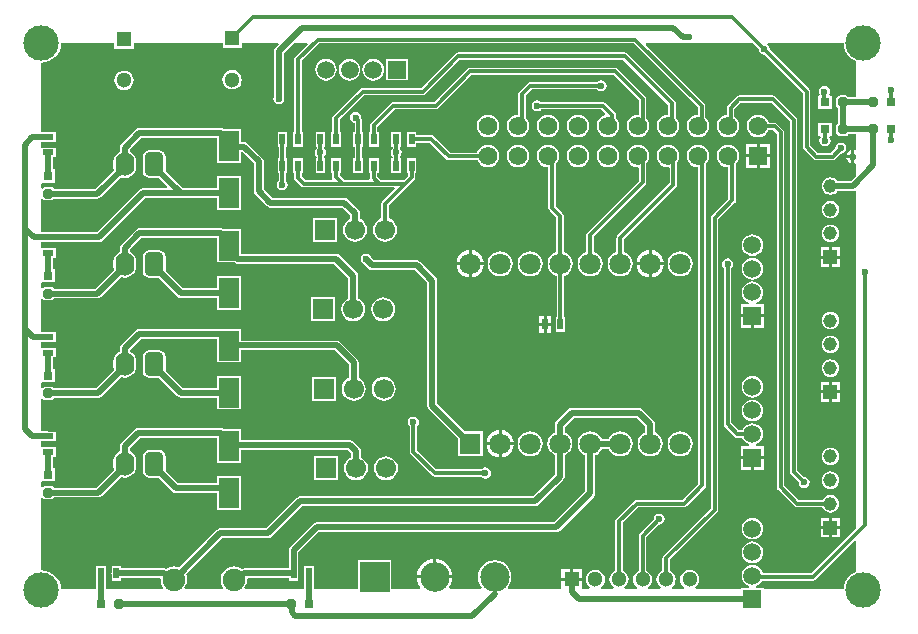
<source format=gtl>
G04*
G04 #@! TF.GenerationSoftware,Altium Limited,Altium Designer,20.1.8 (145)*
G04*
G04 Layer_Physical_Order=1*
G04 Layer_Color=255*
%FSLAX25Y25*%
%MOIN*%
G70*
G04*
G04 #@! TF.SameCoordinates,2B98FD46-9CAB-426A-9CBD-916E77886E0C*
G04*
G04*
G04 #@! TF.FilePolarity,Positive*
G04*
G01*
G75*
G04:AMPARAMS|DCode=18|XSize=31.5mil|YSize=31.5mil|CornerRadius=7.87mil|HoleSize=0mil|Usage=FLASHONLY|Rotation=180.000|XOffset=0mil|YOffset=0mil|HoleType=Round|Shape=RoundedRectangle|*
%AMROUNDEDRECTD18*
21,1,0.03150,0.01575,0,0,180.0*
21,1,0.01575,0.03150,0,0,180.0*
1,1,0.01575,-0.00787,0.00787*
1,1,0.01575,0.00787,0.00787*
1,1,0.01575,0.00787,-0.00787*
1,1,0.01575,-0.00787,-0.00787*
%
%ADD18ROUNDEDRECTD18*%
%ADD19R,0.03150X0.03150*%
%ADD20R,0.01968X0.03740*%
%ADD21R,0.06693X0.09843*%
%ADD22R,0.03740X0.01968*%
G04:AMPARAMS|DCode=23|XSize=31.5mil|YSize=31.5mil|CornerRadius=7.87mil|HoleSize=0mil|Usage=FLASHONLY|Rotation=90.000|XOffset=0mil|YOffset=0mil|HoleType=Round|Shape=RoundedRectangle|*
%AMROUNDEDRECTD23*
21,1,0.03150,0.01575,0,0,90.0*
21,1,0.01575,0.03150,0,0,90.0*
1,1,0.01575,0.00787,0.00787*
1,1,0.01575,0.00787,-0.00787*
1,1,0.01575,-0.00787,-0.00787*
1,1,0.01575,-0.00787,0.00787*
%
%ADD23ROUNDEDRECTD23*%
%ADD24R,0.03150X0.03150*%
%ADD43C,0.06181*%
%ADD44R,0.06181X0.06181*%
%ADD51C,0.05118*%
%ADD52R,0.05118X0.05118*%
%ADD53R,0.05118X0.05118*%
%ADD54C,0.01968*%
%ADD55C,0.01181*%
%ADD56C,0.07087*%
%ADD57R,0.07087X0.07087*%
%ADD58R,0.04528X0.04528*%
%ADD59C,0.04528*%
%ADD60C,0.11811*%
%ADD61C,0.05906*%
%ADD62R,0.05906X0.05906*%
%ADD63R,0.09843X0.09843*%
%ADD64C,0.09843*%
%ADD65R,0.06693X0.06693*%
%ADD66C,0.06693*%
G04:AMPARAMS|DCode=67|XSize=78.74mil|YSize=62.99mil|CornerRadius=15.75mil|HoleSize=0mil|Usage=FLASHONLY|Rotation=270.000|XOffset=0mil|YOffset=0mil|HoleType=Round|Shape=RoundedRectangle|*
%AMROUNDEDRECTD67*
21,1,0.07874,0.03150,0,0,270.0*
21,1,0.04724,0.06299,0,0,270.0*
1,1,0.03150,-0.01575,-0.02362*
1,1,0.03150,-0.01575,0.02362*
1,1,0.03150,0.01575,0.02362*
1,1,0.03150,0.01575,-0.02362*
%
%ADD67ROUNDEDRECTD67*%
%ADD68O,0.06299X0.07874*%
%ADD69R,0.05906X0.05906*%
%ADD70C,0.07480*%
%ADD71C,0.02362*%
G36*
X280961Y194388D02*
X281334Y193156D01*
X281941Y192021D01*
X282758Y191026D01*
X283753Y190209D01*
X284889Y189602D01*
X285039Y189556D01*
Y177630D01*
X282430D01*
X282321Y177794D01*
X281852Y178107D01*
X281299Y178217D01*
X279724D01*
X279171Y178107D01*
X278703Y177794D01*
X278389Y177325D01*
X278279Y176772D01*
Y175197D01*
X278389Y174644D01*
X278703Y174175D01*
X278866Y174066D01*
Y168848D01*
X278703Y168738D01*
X278389Y168270D01*
X278279Y167717D01*
Y166142D01*
X278389Y165589D01*
X278703Y165120D01*
X279171Y164807D01*
X279724Y164697D01*
X281299D01*
X281852Y164807D01*
X282321Y165120D01*
X282430Y165283D01*
X285039D01*
Y160264D01*
X284539Y159962D01*
X284358Y159998D01*
Y157874D01*
Y155750D01*
X284539Y155786D01*
X285039Y155484D01*
Y151540D01*
X283177Y149677D01*
X278763D01*
X278442Y150095D01*
X277837Y150559D01*
X277133Y150851D01*
X276378Y150950D01*
X275623Y150851D01*
X274919Y150559D01*
X274314Y150095D01*
X273850Y149491D01*
X273559Y148787D01*
X273459Y148031D01*
X273559Y147276D01*
X273850Y146572D01*
X274314Y145968D01*
X274919Y145504D01*
X275623Y145212D01*
X276378Y145113D01*
X277133Y145212D01*
X277837Y145504D01*
X278442Y145968D01*
X278763Y146386D01*
X283858D01*
X284488Y146511D01*
X284539Y146545D01*
X285039Y146278D01*
Y34043D01*
X269957Y18961D01*
X253895D01*
X253884Y19046D01*
X253523Y19917D01*
X252949Y20665D01*
X252201Y21240D01*
X251329Y21601D01*
X250394Y21724D01*
X249458Y21601D01*
X248587Y21240D01*
X247838Y20665D01*
X247264Y19917D01*
X246903Y19046D01*
X246780Y18110D01*
X246903Y17175D01*
X247264Y16304D01*
X247838Y15555D01*
X248587Y14981D01*
X249291Y14689D01*
X249192Y14189D01*
X246441D01*
Y13780D01*
X231483D01*
X231313Y14280D01*
X231802Y14655D01*
X232313Y15321D01*
X232634Y16097D01*
X232744Y16929D01*
X232634Y17762D01*
X232313Y18537D01*
X231802Y19204D01*
X231136Y19715D01*
X230360Y20036D01*
X229528Y20146D01*
X228695Y20036D01*
X227919Y19715D01*
X227253Y19204D01*
X226742Y18537D01*
X226421Y17762D01*
X226311Y16929D01*
X226421Y16097D01*
X226742Y15321D01*
X227253Y14655D01*
X227742Y14280D01*
X227572Y13780D01*
X223609D01*
X223439Y14280D01*
X223928Y14655D01*
X224439Y15321D01*
X224760Y16097D01*
X224870Y16929D01*
X224760Y17762D01*
X224439Y18537D01*
X223928Y19204D01*
X223262Y19715D01*
X222898Y19865D01*
Y23500D01*
X238675Y39278D01*
X238945Y39681D01*
X239040Y40157D01*
Y136886D01*
X244541Y142388D01*
X244811Y142791D01*
X244906Y143268D01*
Y155433D01*
X244937Y155457D01*
X245533Y156234D01*
X245908Y157139D01*
X246036Y158110D01*
X245908Y159081D01*
X245533Y159986D01*
X244937Y160764D01*
X244160Y161360D01*
X243255Y161735D01*
X242284Y161863D01*
X241312Y161735D01*
X240407Y161360D01*
X239630Y160764D01*
X239034Y159986D01*
X238659Y159081D01*
X238531Y158110D01*
X238659Y157139D01*
X239034Y156234D01*
X239630Y155457D01*
X240407Y154860D01*
X241312Y154485D01*
X242283Y154358D01*
X242417Y154241D01*
Y143783D01*
X236915Y138282D01*
X236646Y137878D01*
X236551Y137402D01*
Y40673D01*
X220774Y24896D01*
X220504Y24492D01*
X220409Y24016D01*
Y19865D01*
X220045Y19715D01*
X219379Y19204D01*
X218868Y18537D01*
X218547Y17762D01*
X218437Y16929D01*
X218547Y16097D01*
X218868Y15321D01*
X219379Y14655D01*
X219868Y14280D01*
X219698Y13780D01*
X215735D01*
X215565Y14280D01*
X216054Y14655D01*
X216565Y15321D01*
X216886Y16097D01*
X216996Y16929D01*
X216886Y17762D01*
X216565Y18537D01*
X216054Y19204D01*
X215388Y19715D01*
X215024Y19865D01*
Y30981D01*
X219219Y35176D01*
X219291Y35161D01*
X219998Y35302D01*
X220597Y35702D01*
X220997Y36301D01*
X221138Y37008D01*
X220997Y37714D01*
X220597Y38313D01*
X219998Y38714D01*
X219291Y38854D01*
X218585Y38714D01*
X217986Y38313D01*
X217585Y37714D01*
X217445Y37008D01*
X217459Y36936D01*
X212900Y32376D01*
X212630Y31972D01*
X212535Y31496D01*
Y19865D01*
X212171Y19715D01*
X211505Y19204D01*
X210994Y18537D01*
X210673Y17762D01*
X210563Y16929D01*
X210673Y16097D01*
X210994Y15321D01*
X211505Y14655D01*
X211994Y14280D01*
X211824Y13780D01*
X207861D01*
X207691Y14280D01*
X208180Y14655D01*
X208691Y15321D01*
X209012Y16097D01*
X209122Y16929D01*
X209012Y17762D01*
X208691Y18537D01*
X208180Y19204D01*
X207514Y19715D01*
X207150Y19865D01*
Y35705D01*
X212327Y40882D01*
X227559D01*
X228035Y40976D01*
X228439Y41246D01*
X234541Y47348D01*
X234811Y47752D01*
X234906Y48228D01*
Y155433D01*
X234937Y155457D01*
X235533Y156234D01*
X235908Y157139D01*
X236036Y158110D01*
X235908Y159081D01*
X235533Y159986D01*
X234937Y160764D01*
X234160Y161360D01*
X233255Y161735D01*
X232283Y161863D01*
X231312Y161735D01*
X230407Y161360D01*
X229630Y160764D01*
X229034Y159986D01*
X228659Y159081D01*
X228531Y158110D01*
X228659Y157139D01*
X229034Y156234D01*
X229630Y155457D01*
X230407Y154860D01*
X231312Y154485D01*
X232283Y154358D01*
X232417Y154241D01*
Y48744D01*
X227044Y43370D01*
X211811D01*
X211335Y43276D01*
X210931Y43006D01*
X205026Y37100D01*
X204756Y36697D01*
X204661Y36220D01*
Y19865D01*
X204297Y19715D01*
X203631Y19204D01*
X203120Y18537D01*
X202799Y17762D01*
X202689Y16929D01*
X202799Y16097D01*
X203120Y15321D01*
X203631Y14655D01*
X204120Y14280D01*
X203950Y13780D01*
X199987D01*
X199817Y14280D01*
X200306Y14655D01*
X200817Y15321D01*
X201138Y16097D01*
X201248Y16929D01*
X201138Y17762D01*
X200817Y18537D01*
X200306Y19204D01*
X199640Y19715D01*
X198864Y20036D01*
X198031Y20146D01*
X197199Y20036D01*
X196423Y19715D01*
X195757Y19204D01*
X195246Y18537D01*
X194925Y17762D01*
X194815Y16929D01*
X194925Y16097D01*
X195246Y15321D01*
X195757Y14655D01*
X196246Y14280D01*
X196076Y13780D01*
X193717D01*
Y16429D01*
X190157D01*
X186598D01*
Y13780D01*
X169030D01*
X168808Y14228D01*
X169337Y14917D01*
X169896Y16267D01*
X170087Y17717D01*
X169896Y19166D01*
X169337Y20516D01*
X168447Y21676D01*
X167288Y22566D01*
X165937Y23125D01*
X164488Y23316D01*
X163039Y23125D01*
X161689Y22566D01*
X160529Y21676D01*
X159639Y20516D01*
X159080Y19166D01*
X158889Y17717D01*
X159080Y16267D01*
X159639Y14917D01*
X160168Y14228D01*
X159947Y13780D01*
X149502D01*
X149288Y14232D01*
X149435Y14411D01*
X149985Y15440D01*
X150324Y16556D01*
X150389Y17217D01*
X144488D01*
X138587D01*
X138653Y16556D01*
X138991Y15440D01*
X139541Y14411D01*
X139688Y14232D01*
X139474Y13780D01*
X130039D01*
Y23268D01*
X118937D01*
Y13780D01*
X104205D01*
Y18898D01*
X104173Y19057D01*
Y21398D01*
X100945D01*
Y19057D01*
X100913Y18898D01*
Y13780D01*
X81291D01*
X81070Y14228D01*
X81400Y14658D01*
X81840Y15721D01*
X81990Y16862D01*
X81989Y16876D01*
X82318Y17252D01*
X95827D01*
Y16398D01*
X99055D01*
Y18739D01*
X99087Y18898D01*
Y25893D01*
X105800Y32606D01*
X185039D01*
X185669Y32732D01*
X186203Y33088D01*
X197502Y44387D01*
X197859Y44921D01*
X197984Y45551D01*
Y58291D01*
X198443Y58481D01*
X199315Y59150D01*
X199984Y60021D01*
X200174Y60480D01*
X202503D01*
X202693Y60021D01*
X203362Y59150D01*
X204234Y58481D01*
X205249Y58060D01*
X206339Y57917D01*
X207428Y58060D01*
X208443Y58481D01*
X209315Y59150D01*
X209984Y60021D01*
X210404Y61036D01*
X210548Y62126D01*
X210404Y63215D01*
X209984Y64231D01*
X209315Y65102D01*
X208443Y65771D01*
X207428Y66192D01*
X206339Y66335D01*
X205249Y66192D01*
X204234Y65771D01*
X203362Y65102D01*
X202693Y64231D01*
X202503Y63772D01*
X200174D01*
X199984Y64231D01*
X199315Y65102D01*
X198443Y65771D01*
X197428Y66192D01*
X196339Y66335D01*
X195249Y66192D01*
X194234Y65771D01*
X193362Y65102D01*
X192693Y64231D01*
X192273Y63215D01*
X192129Y62126D01*
X192273Y61036D01*
X192693Y60021D01*
X193362Y59150D01*
X194234Y58481D01*
X194693Y58291D01*
Y46233D01*
X184358Y35898D01*
X105118D01*
X104488Y35772D01*
X103954Y35416D01*
X96277Y27738D01*
X95920Y27205D01*
X95795Y26575D01*
Y20543D01*
X81102D01*
X80472Y20418D01*
X80288Y20295D01*
X79787Y20679D01*
X78724Y21120D01*
X77583Y21270D01*
X76442Y21120D01*
X75379Y20679D01*
X74466Y19979D01*
X73765Y19066D01*
X73325Y18003D01*
X73175Y16862D01*
X73325Y15721D01*
X73765Y14658D01*
X74096Y14228D01*
X73874Y13780D01*
X61291D01*
X61070Y14228D01*
X61400Y14658D01*
X61840Y15721D01*
X61990Y16862D01*
X61840Y18003D01*
X61609Y18561D01*
X73686Y30638D01*
X88976D01*
X89606Y30763D01*
X90140Y31120D01*
X100288Y41268D01*
X177953D01*
X178583Y41393D01*
X179116Y41750D01*
X187384Y50017D01*
X187741Y50551D01*
X187866Y51181D01*
Y58369D01*
X188325Y58559D01*
X189197Y59228D01*
X189866Y60100D01*
X190286Y61115D01*
X190430Y62205D01*
X190286Y63294D01*
X189866Y64309D01*
X189197Y65181D01*
X188325Y65850D01*
X187866Y66040D01*
Y67822D01*
X190839Y70795D01*
X211917D01*
X214693Y68019D01*
Y65961D01*
X214234Y65771D01*
X213362Y65102D01*
X212693Y64231D01*
X212273Y63215D01*
X212129Y62126D01*
X212273Y61036D01*
X212693Y60021D01*
X213362Y59150D01*
X214234Y58481D01*
X215249Y58060D01*
X216339Y57917D01*
X217428Y58060D01*
X218443Y58481D01*
X219315Y59150D01*
X219984Y60021D01*
X220404Y61036D01*
X220548Y62126D01*
X220404Y63215D01*
X219984Y64231D01*
X219315Y65102D01*
X218443Y65771D01*
X217984Y65961D01*
Y68701D01*
X217859Y69331D01*
X217502Y69864D01*
X213762Y73605D01*
X213228Y73962D01*
X212598Y74087D01*
X190157D01*
X189528Y73962D01*
X188994Y73605D01*
X185057Y69668D01*
X184700Y69134D01*
X184575Y68504D01*
Y66040D01*
X184116Y65850D01*
X183244Y65181D01*
X182575Y64309D01*
X182155Y63294D01*
X182011Y62205D01*
X182155Y61115D01*
X182575Y60100D01*
X183244Y59228D01*
X184116Y58559D01*
X184575Y58369D01*
Y51863D01*
X177271Y44559D01*
X99606D01*
X98976Y44434D01*
X98443Y44077D01*
X88295Y33929D01*
X73004D01*
X72374Y33804D01*
X71840Y33447D01*
X59282Y20889D01*
X58723Y21120D01*
X57583Y21270D01*
X56442Y21120D01*
X55379Y20679D01*
X55002Y20390D01*
X54961Y20418D01*
X54331Y20543D01*
X40000D01*
Y21398D01*
X36772D01*
Y19057D01*
X36740Y18898D01*
X36772Y18739D01*
Y16398D01*
X40000D01*
Y17252D01*
X52847D01*
X53177Y16876D01*
X53175Y16862D01*
X53325Y15721D01*
X53765Y14658D01*
X54096Y14228D01*
X53874Y13780D01*
X34914D01*
Y18898D01*
X34882Y19057D01*
Y21398D01*
X31654D01*
Y19057D01*
X31622Y18898D01*
Y13780D01*
X19914D01*
X19827Y14667D01*
X19453Y15899D01*
X18846Y17034D01*
X18029Y18030D01*
X17034Y18846D01*
X15899Y19453D01*
X14667Y19827D01*
X13386Y19953D01*
Y43984D01*
X13886Y44136D01*
X13939Y44057D01*
X14408Y43744D01*
X14961Y43634D01*
X16535D01*
X17088Y43744D01*
X17557Y44057D01*
X17666Y44220D01*
X32334D01*
X32963Y44346D01*
X33497Y44702D01*
X39895Y51100D01*
X40155Y50992D01*
X41142Y50862D01*
X42128Y50992D01*
X43048Y51373D01*
X43837Y51979D01*
X44443Y52768D01*
X44824Y53688D01*
X44954Y54674D01*
Y56249D01*
X44824Y57236D01*
X44443Y58155D01*
X43837Y58945D01*
X43048Y59550D01*
X42788Y59658D01*
Y60539D01*
X46351Y64102D01*
X72008D01*
Y55866D01*
X79961D01*
Y60019D01*
X115607D01*
X116622Y59003D01*
Y57559D01*
X116262Y57410D01*
X115432Y56773D01*
X114794Y55942D01*
X114394Y54975D01*
X114257Y53937D01*
X114394Y52899D01*
X114794Y51932D01*
X115432Y51101D01*
X116262Y50464D01*
X117230Y50063D01*
X118268Y49926D01*
X119306Y50063D01*
X120273Y50464D01*
X121104Y51101D01*
X121741Y51932D01*
X122142Y52899D01*
X122278Y53937D01*
X122142Y54975D01*
X121741Y55942D01*
X121104Y56773D01*
X120273Y57410D01*
X119913Y57559D01*
Y59685D01*
X119788Y60315D01*
X119431Y60849D01*
X117452Y62828D01*
X116918Y63185D01*
X116288Y63310D01*
X79961D01*
Y66969D01*
X74307D01*
X73858Y67269D01*
X73228Y67394D01*
X45669D01*
X45039Y67269D01*
X44506Y66912D01*
X39978Y62384D01*
X39621Y61850D01*
X39496Y61221D01*
Y59658D01*
X39236Y59550D01*
X38446Y58945D01*
X37840Y58155D01*
X37459Y57236D01*
X37330Y56249D01*
Y54674D01*
X37459Y53688D01*
X37567Y53427D01*
X31652Y47512D01*
X17666D01*
X17557Y47675D01*
X17088Y47989D01*
X16535Y48099D01*
X14961D01*
X14408Y47989D01*
X13939Y47675D01*
X13886Y47596D01*
X13386Y47748D01*
Y49132D01*
X13543Y49567D01*
X17953D01*
Y53976D01*
X17394D01*
Y57851D01*
X18248D01*
Y61080D01*
X15907D01*
X15748Y61111D01*
X15589Y61080D01*
X13386D01*
Y62938D01*
X15748D01*
X15907Y62969D01*
X18248D01*
Y66198D01*
X15907D01*
X15748Y66229D01*
X13386D01*
Y77055D01*
X13886Y77207D01*
X13939Y77128D01*
X14408Y76815D01*
X14961Y76705D01*
X16535D01*
X17088Y76815D01*
X17557Y77128D01*
X17666Y77291D01*
X32120D01*
X32750Y77416D01*
X33284Y77773D01*
X39895Y84384D01*
X40155Y84276D01*
X41142Y84146D01*
X42128Y84276D01*
X43048Y84657D01*
X43837Y85263D01*
X44443Y86053D01*
X44824Y86972D01*
X44954Y87959D01*
Y89534D01*
X44824Y90520D01*
X44443Y91439D01*
X43837Y92229D01*
X43057Y92828D01*
X43047Y92843D01*
X42976Y93405D01*
X46745Y97173D01*
X72008D01*
Y89297D01*
X79961D01*
Y93236D01*
X111129D01*
X115834Y88531D01*
Y84069D01*
X115475Y83920D01*
X114644Y83282D01*
X114007Y82451D01*
X113606Y81484D01*
X113470Y80446D01*
X113606Y79408D01*
X114007Y78441D01*
X114644Y77610D01*
X115475Y76973D01*
X116442Y76572D01*
X117480Y76436D01*
X118518Y76572D01*
X119486Y76973D01*
X120316Y77610D01*
X120954Y78441D01*
X121354Y79408D01*
X121491Y80446D01*
X121354Y81484D01*
X120954Y82451D01*
X120316Y83282D01*
X119486Y83920D01*
X119126Y84069D01*
Y89213D01*
X119001Y89842D01*
X118644Y90376D01*
X112975Y96046D01*
X112441Y96402D01*
X111811Y96528D01*
X79961D01*
Y100400D01*
X73556D01*
X73228Y100465D01*
X46063D01*
X45433Y100339D01*
X44899Y99983D01*
X39978Y95061D01*
X39621Y94528D01*
X39496Y93898D01*
Y92943D01*
X39236Y92835D01*
X38446Y92229D01*
X37840Y91439D01*
X37459Y90520D01*
X37330Y89534D01*
Y87959D01*
X37459Y86972D01*
X37567Y86712D01*
X31438Y80583D01*
X17666D01*
X17557Y80746D01*
X17088Y81059D01*
X16535Y81169D01*
X14961D01*
X14408Y81059D01*
X13939Y80746D01*
X13886Y80667D01*
X13386Y80819D01*
Y82203D01*
X13543Y82638D01*
X17953D01*
Y87047D01*
X17394D01*
Y90922D01*
X18248D01*
Y94151D01*
X15907D01*
X15748Y94182D01*
X15589Y94151D01*
X13386D01*
Y96009D01*
X15748D01*
X15907Y96040D01*
X18248D01*
Y99269D01*
X15907D01*
X15748Y99300D01*
X13386D01*
Y110323D01*
X13886Y110475D01*
X13939Y110396D01*
X14408Y110082D01*
X14961Y109972D01*
X16535D01*
X17088Y110082D01*
X17557Y110396D01*
X17666Y110559D01*
X32103D01*
X32733Y110684D01*
X33267Y111041D01*
X39895Y117669D01*
X40155Y117561D01*
X41142Y117431D01*
X42128Y117561D01*
X43048Y117942D01*
X43837Y118547D01*
X44443Y119337D01*
X44824Y120256D01*
X44954Y121243D01*
Y122818D01*
X44824Y123805D01*
X44443Y124724D01*
X43837Y125514D01*
X43048Y126119D01*
X42844Y126204D01*
X42796Y126689D01*
X46745Y130638D01*
X72008D01*
Y122582D01*
X77661D01*
X78110Y122282D01*
X78740Y122156D01*
X110949D01*
X115677Y117429D01*
Y110578D01*
X115317Y110429D01*
X114487Y109791D01*
X113849Y108961D01*
X113449Y107993D01*
X113312Y106955D01*
X113449Y105917D01*
X113849Y104950D01*
X114487Y104119D01*
X115317Y103482D01*
X116285Y103081D01*
X117323Y102945D01*
X118361Y103081D01*
X119328Y103482D01*
X120159Y104119D01*
X120796Y104950D01*
X121197Y105917D01*
X121334Y106955D01*
X121197Y107993D01*
X120796Y108961D01*
X120159Y109791D01*
X119328Y110429D01*
X118969Y110578D01*
Y118110D01*
X118843Y118740D01*
X118487Y119274D01*
X112795Y124966D01*
X112261Y125323D01*
X111631Y125448D01*
X79961D01*
Y133684D01*
X74038D01*
X73858Y133804D01*
X73228Y133929D01*
X46063D01*
X45433Y133804D01*
X44899Y133447D01*
X39978Y128526D01*
X39621Y127992D01*
X39496Y127362D01*
Y126227D01*
X39236Y126119D01*
X38446Y125514D01*
X37840Y124724D01*
X37459Y123805D01*
X37330Y122818D01*
Y121243D01*
X37459Y120256D01*
X37567Y119996D01*
X31422Y113850D01*
X17666D01*
X17557Y114014D01*
X17088Y114327D01*
X16535Y114437D01*
X14961D01*
X14408Y114327D01*
X13939Y114014D01*
X13886Y113935D01*
X13386Y114086D01*
Y115471D01*
X13543Y115905D01*
X17953D01*
Y120315D01*
X17394D01*
Y124190D01*
X18248D01*
Y127418D01*
X15907D01*
X15748Y127450D01*
X15589Y127418D01*
X13386D01*
Y129277D01*
X32497D01*
X33127Y129402D01*
X33661Y129759D01*
X47926Y144024D01*
X72008D01*
Y140118D01*
X79961D01*
Y151221D01*
X72008D01*
Y147315D01*
X60524D01*
X54807Y153032D01*
Y157677D01*
X54636Y158537D01*
X54149Y159267D01*
X53419Y159754D01*
X52559Y159925D01*
X49409D01*
X48549Y159754D01*
X47820Y159267D01*
X47333Y158537D01*
X47161Y157677D01*
Y152953D01*
X47333Y152093D01*
X47820Y151363D01*
X48549Y150876D01*
X49409Y150705D01*
X52479D01*
X55407Y147777D01*
X55216Y147315D01*
X47244D01*
X46614Y147190D01*
X46080Y146833D01*
X31815Y132568D01*
X13386D01*
Y143591D01*
X13886Y143743D01*
X13939Y143663D01*
X14408Y143350D01*
X14961Y143240D01*
X16535D01*
X17088Y143350D01*
X17557Y143663D01*
X17666Y143827D01*
X32087D01*
X32716Y143952D01*
X33250Y144309D01*
X39895Y150953D01*
X40155Y150845D01*
X41142Y150715D01*
X42128Y150845D01*
X43048Y151226D01*
X43837Y151832D01*
X44443Y152621D01*
X44824Y153541D01*
X44954Y154528D01*
Y156102D01*
X44824Y157089D01*
X44443Y158009D01*
X43837Y158798D01*
X43048Y159404D01*
X42788Y159512D01*
Y160145D01*
X46745Y164102D01*
X72008D01*
Y155866D01*
X79961D01*
Y159281D01*
X80461Y159338D01*
X84181Y155617D01*
Y146457D01*
X84306Y145827D01*
X84663Y145293D01*
X88600Y141356D01*
X89134Y140999D01*
X89764Y140874D01*
X113700D01*
X116307Y138267D01*
Y137087D01*
X115947Y136938D01*
X115117Y136301D01*
X114479Y135470D01*
X114079Y134503D01*
X113942Y133465D01*
X114079Y132427D01*
X114479Y131459D01*
X115117Y130629D01*
X115947Y129991D01*
X116915Y129590D01*
X117953Y129454D01*
X118991Y129590D01*
X119958Y129991D01*
X120789Y130629D01*
X121426Y131459D01*
X121827Y132427D01*
X121963Y133465D01*
X121827Y134503D01*
X121426Y135470D01*
X120789Y136301D01*
X119958Y136938D01*
X119599Y137087D01*
Y138949D01*
X119473Y139579D01*
X119116Y140113D01*
X115546Y143683D01*
X115012Y144040D01*
X114382Y144166D01*
X90446D01*
X87473Y147138D01*
Y156299D01*
X87347Y156929D01*
X86990Y157463D01*
X82266Y162187D01*
X81732Y162544D01*
X81102Y162669D01*
X79961D01*
Y166969D01*
X74307D01*
X73858Y167269D01*
X73228Y167394D01*
X46063D01*
X45433Y167269D01*
X44899Y166912D01*
X39978Y161990D01*
X39621Y161457D01*
X39496Y160827D01*
Y159512D01*
X39236Y159404D01*
X38446Y158798D01*
X37840Y158009D01*
X37459Y157089D01*
X37330Y156102D01*
Y154528D01*
X37459Y153541D01*
X37567Y153281D01*
X31405Y147118D01*
X17666D01*
X17557Y147282D01*
X17088Y147595D01*
X16535Y147705D01*
X14961D01*
X14408Y147595D01*
X13939Y147282D01*
X13886Y147202D01*
X13386Y147354D01*
Y148739D01*
X13543Y149173D01*
X17953D01*
Y153583D01*
X17394D01*
Y157638D01*
X18248D01*
Y160866D01*
X15907D01*
X15748Y160898D01*
X15589Y160866D01*
X13386D01*
Y162724D01*
X15748D01*
X15907Y162756D01*
X18248D01*
Y165984D01*
X15907D01*
X15748Y166016D01*
X13386D01*
Y189102D01*
X14667Y189228D01*
X15899Y189602D01*
X17034Y190209D01*
X18029Y191026D01*
X18846Y192021D01*
X19453Y193156D01*
X19827Y194388D01*
X19953Y195669D01*
X37756D01*
Y193858D01*
X44134D01*
Y195669D01*
X73796D01*
Y194072D01*
X80174D01*
Y195669D01*
X92295D01*
X92486Y195207D01*
X91356Y194077D01*
X90999Y193543D01*
X90874Y192913D01*
Y177962D01*
X90814Y177872D01*
X90673Y177165D01*
X90814Y176459D01*
X91214Y175860D01*
X91813Y175459D01*
X92520Y175319D01*
X93226Y175459D01*
X93825Y175860D01*
X94226Y176459D01*
X94366Y177165D01*
X94226Y177872D01*
X94165Y177962D01*
Y192232D01*
X97603Y195669D01*
X101918D01*
X102109Y195207D01*
X98006Y191104D01*
X97736Y190701D01*
X97641Y190224D01*
Y166125D01*
X97272D01*
Y161125D01*
X100500D01*
Y166125D01*
X100130D01*
Y189709D01*
X106027Y195606D01*
X210902D01*
X232220Y174288D01*
Y171854D01*
X231312Y171735D01*
X230407Y171360D01*
X229630Y170764D01*
X229034Y169986D01*
X228659Y169081D01*
X228531Y168110D01*
X228659Y167139D01*
X229034Y166234D01*
X229630Y165457D01*
X230407Y164860D01*
X231312Y164486D01*
X232283Y164358D01*
X233255Y164486D01*
X234160Y164860D01*
X234937Y165457D01*
X235533Y166234D01*
X235908Y167139D01*
X236036Y168110D01*
X235908Y169081D01*
X235533Y169986D01*
X234937Y170764D01*
X234709Y170939D01*
Y174803D01*
X234614Y175279D01*
X234345Y175683D01*
X214820Y195207D01*
X215012Y195669D01*
X250602D01*
X252499Y193773D01*
X252484Y193701D01*
X252625Y192994D01*
X253025Y192395D01*
X253624Y191995D01*
X254331Y191854D01*
X254403Y191869D01*
X267260Y179012D01*
Y161024D01*
X267354Y160547D01*
X267624Y160144D01*
X270774Y156994D01*
X271177Y156724D01*
X271654Y156630D01*
X277165D01*
X277642Y156724D01*
X278045Y156994D01*
X279849Y158798D01*
X279921Y158783D01*
X280628Y158924D01*
X281227Y159324D01*
X281627Y159923D01*
X281768Y160630D01*
X281627Y161337D01*
X281227Y161936D01*
X280628Y162336D01*
X279921Y162476D01*
X279215Y162336D01*
X278616Y161936D01*
X278215Y161337D01*
X278075Y160630D01*
X278089Y160558D01*
X276650Y159118D01*
X272169D01*
X269748Y161539D01*
Y179528D01*
X269654Y180004D01*
X269384Y180408D01*
X256163Y193629D01*
X256177Y193701D01*
X256037Y194407D01*
X255636Y195007D01*
X255393Y195169D01*
X255544Y195669D01*
X280835D01*
X280961Y194388D01*
D02*
G37*
G36*
X285039Y29870D02*
Y19499D01*
X284889Y19453D01*
X283753Y18846D01*
X282758Y18030D01*
X281941Y17034D01*
X281334Y15899D01*
X280961Y14667D01*
X280873Y13780D01*
X254346D01*
Y14189D01*
X251595D01*
X251496Y14689D01*
X252201Y14981D01*
X252949Y15555D01*
X253523Y16304D01*
X253593Y16472D01*
X270472D01*
X270949Y16567D01*
X271352Y16837D01*
X284577Y30062D01*
X285039Y29870D01*
D02*
G37*
%LPC*%
G36*
X135472Y190394D02*
X128307D01*
Y183228D01*
X135472D01*
Y190394D01*
D02*
G37*
G36*
X124016Y190425D02*
X123081Y190302D01*
X122209Y189941D01*
X121461Y189366D01*
X120886Y188618D01*
X120525Y187746D01*
X120402Y186811D01*
X120525Y185876D01*
X120886Y185004D01*
X121461Y184256D01*
X122209Y183682D01*
X123081Y183321D01*
X124016Y183197D01*
X124951Y183321D01*
X125822Y183682D01*
X126571Y184256D01*
X127145Y185004D01*
X127506Y185876D01*
X127629Y186811D01*
X127506Y187746D01*
X127145Y188618D01*
X126571Y189366D01*
X125822Y189941D01*
X124951Y190302D01*
X124016Y190425D01*
D02*
G37*
G36*
X116142D02*
X115207Y190302D01*
X114335Y189941D01*
X113586Y189366D01*
X113012Y188618D01*
X112651Y187746D01*
X112528Y186811D01*
X112651Y185876D01*
X113012Y185004D01*
X113586Y184256D01*
X114335Y183682D01*
X115207Y183321D01*
X116142Y183197D01*
X117077Y183321D01*
X117948Y183682D01*
X118697Y184256D01*
X119271Y185004D01*
X119632Y185876D01*
X119755Y186811D01*
X119632Y187746D01*
X119271Y188618D01*
X118697Y189366D01*
X117948Y189941D01*
X117077Y190302D01*
X116142Y190425D01*
D02*
G37*
G36*
X108268D02*
X107332Y190302D01*
X106461Y189941D01*
X105712Y189366D01*
X105138Y188618D01*
X104777Y187746D01*
X104654Y186811D01*
X104777Y185876D01*
X105138Y185004D01*
X105712Y184256D01*
X106461Y183682D01*
X107332Y183321D01*
X108268Y183197D01*
X109203Y183321D01*
X110074Y183682D01*
X110823Y184256D01*
X111397Y185004D01*
X111758Y185876D01*
X111881Y186811D01*
X111758Y187746D01*
X111397Y188618D01*
X110823Y189366D01*
X110074Y189941D01*
X109203Y190302D01*
X108268Y190425D01*
D02*
G37*
G36*
X76985Y186698D02*
X76153Y186588D01*
X75377Y186267D01*
X74711Y185756D01*
X74200Y185090D01*
X73878Y184314D01*
X73769Y183481D01*
X73878Y182649D01*
X74200Y181873D01*
X74711Y181207D01*
X75377Y180696D01*
X76153Y180374D01*
X76985Y180265D01*
X77818Y180374D01*
X78593Y180696D01*
X79260Y181207D01*
X79771Y181873D01*
X80092Y182649D01*
X80202Y183481D01*
X80092Y184314D01*
X79771Y185090D01*
X79260Y185756D01*
X78593Y186267D01*
X77818Y186588D01*
X76985Y186698D01*
D02*
G37*
G36*
X40945Y186484D02*
X40112Y186375D01*
X39337Y186053D01*
X38671Y185542D01*
X38159Y184876D01*
X37838Y184100D01*
X37728Y183268D01*
X37838Y182435D01*
X38159Y181659D01*
X38671Y180993D01*
X39337Y180482D01*
X40112Y180161D01*
X40945Y180051D01*
X41777Y180161D01*
X42553Y180482D01*
X43219Y180993D01*
X43730Y181659D01*
X44052Y182435D01*
X44161Y183268D01*
X44052Y184100D01*
X43730Y184876D01*
X43219Y185542D01*
X42553Y186053D01*
X41777Y186375D01*
X40945Y186484D01*
D02*
G37*
G36*
X200000Y183343D02*
X199293Y183202D01*
X198694Y182802D01*
X198653Y182740D01*
X176378D01*
X175902Y182646D01*
X175498Y182376D01*
X172782Y179659D01*
X172512Y179256D01*
X172417Y178779D01*
Y171980D01*
X172283Y171863D01*
X171312Y171735D01*
X170407Y171360D01*
X169630Y170764D01*
X169034Y169986D01*
X168659Y169081D01*
X168531Y168110D01*
X168659Y167139D01*
X169034Y166234D01*
X169630Y165457D01*
X170407Y164860D01*
X171312Y164486D01*
X172283Y164358D01*
X173255Y164486D01*
X174160Y164860D01*
X174937Y165457D01*
X175533Y166234D01*
X175908Y167139D01*
X176036Y168110D01*
X175908Y169081D01*
X175533Y169986D01*
X174937Y170764D01*
X174906Y170788D01*
Y178264D01*
X176893Y180252D01*
X198653D01*
X198694Y180190D01*
X199293Y179790D01*
X200000Y179650D01*
X200707Y179790D01*
X201306Y180190D01*
X201706Y180789D01*
X201847Y181496D01*
X201706Y182203D01*
X201306Y182802D01*
X200707Y183202D01*
X200000Y183343D01*
D02*
G37*
G36*
X274410Y181374D02*
X273703Y181234D01*
X273104Y180833D01*
X272704Y180234D01*
X272563Y179528D01*
X272704Y178821D01*
X272792Y178689D01*
X272524Y178189D01*
X272402D01*
Y173779D01*
X276811D01*
Y178189D01*
X276294D01*
X276027Y178689D01*
X276115Y178821D01*
X276256Y179528D01*
X276115Y180234D01*
X275715Y180833D01*
X275116Y181234D01*
X274410Y181374D01*
D02*
G37*
G36*
X207874Y192583D02*
X152362D01*
X151886Y192488D01*
X151482Y192218D01*
X140036Y180772D01*
X120472D01*
X119996Y180677D01*
X119592Y180408D01*
X110648Y171463D01*
X110378Y171059D01*
X110283Y170583D01*
Y166125D01*
X109913D01*
Y161125D01*
X113142D01*
Y166125D01*
X112772D01*
Y170067D01*
X120988Y178283D01*
X140551D01*
X141027Y178378D01*
X141431Y178648D01*
X152878Y190094D01*
X207359D01*
X222417Y175036D01*
Y171980D01*
X222283Y171863D01*
X221312Y171735D01*
X220407Y171360D01*
X219630Y170764D01*
X219034Y169986D01*
X218659Y169081D01*
X218531Y168110D01*
X218659Y167139D01*
X219034Y166234D01*
X219630Y165457D01*
X220407Y164860D01*
X221312Y164486D01*
X222284Y164358D01*
X223255Y164486D01*
X224160Y164860D01*
X224937Y165457D01*
X225533Y166234D01*
X225908Y167139D01*
X226036Y168110D01*
X225908Y169081D01*
X225533Y169986D01*
X224937Y170764D01*
X224906Y170788D01*
Y175551D01*
X224811Y176027D01*
X224541Y176431D01*
X208754Y192218D01*
X208350Y192488D01*
X207874Y192583D01*
D02*
G37*
G36*
X204724Y187465D02*
X156299D01*
X155823Y187370D01*
X155419Y187100D01*
X144367Y176048D01*
X130709D01*
X130232Y175953D01*
X129829Y175683D01*
X123289Y169144D01*
X123020Y168740D01*
X122925Y168264D01*
Y166125D01*
X122555D01*
Y161125D01*
X125784D01*
Y166125D01*
X125414D01*
Y167748D01*
X131224Y173559D01*
X144882D01*
X145358Y173653D01*
X145762Y173923D01*
X156815Y184976D01*
X204209D01*
X212535Y176650D01*
Y172083D01*
X212283Y171863D01*
X211312Y171735D01*
X210407Y171360D01*
X209630Y170764D01*
X209034Y169986D01*
X208659Y169081D01*
X208531Y168110D01*
X208659Y167139D01*
X209034Y166234D01*
X209630Y165457D01*
X210407Y164860D01*
X211312Y164486D01*
X212283Y164358D01*
X213255Y164486D01*
X214160Y164860D01*
X214937Y165457D01*
X215533Y166234D01*
X215908Y167139D01*
X216036Y168110D01*
X215908Y169081D01*
X215533Y169986D01*
X215024Y170650D01*
Y177165D01*
X214929Y177642D01*
X214659Y178045D01*
X205604Y187100D01*
X205201Y187370D01*
X204724Y187465D01*
D02*
G37*
G36*
X178740Y176650D02*
X178033Y176509D01*
X177435Y176109D01*
X177034Y175510D01*
X176894Y174803D01*
X177034Y174097D01*
X177435Y173497D01*
X178033Y173097D01*
X178740Y172957D01*
X179447Y173097D01*
X180046Y173497D01*
X180087Y173559D01*
X200009D01*
X201371Y172197D01*
X201180Y171680D01*
X200407Y171360D01*
X199630Y170764D01*
X199034Y169986D01*
X198659Y169081D01*
X198531Y168110D01*
X198659Y167139D01*
X199034Y166234D01*
X199630Y165457D01*
X200407Y164860D01*
X201312Y164486D01*
X202284Y164358D01*
X203255Y164486D01*
X204160Y164860D01*
X204937Y165457D01*
X205533Y166234D01*
X205908Y167139D01*
X206036Y168110D01*
X205908Y169081D01*
X205533Y169986D01*
X204937Y170764D01*
X204906Y170788D01*
Y171666D01*
X204811Y172142D01*
X204541Y172546D01*
X201404Y175683D01*
X201000Y175953D01*
X200524Y176048D01*
X180087D01*
X180046Y176109D01*
X179447Y176509D01*
X178740Y176650D01*
D02*
G37*
G36*
X192283Y171863D02*
X191312Y171735D01*
X190407Y171360D01*
X189630Y170764D01*
X189034Y169986D01*
X188659Y169081D01*
X188531Y168110D01*
X188659Y167139D01*
X189034Y166234D01*
X189630Y165457D01*
X190407Y164860D01*
X191312Y164486D01*
X192283Y164358D01*
X193255Y164486D01*
X194160Y164860D01*
X194937Y165457D01*
X195533Y166234D01*
X195908Y167139D01*
X196036Y168110D01*
X195908Y169081D01*
X195533Y169986D01*
X194937Y170764D01*
X194160Y171360D01*
X193255Y171735D01*
X192283Y171863D01*
D02*
G37*
G36*
X182283D02*
X181312Y171735D01*
X180407Y171360D01*
X179630Y170764D01*
X179034Y169986D01*
X178659Y169081D01*
X178531Y168110D01*
X178659Y167139D01*
X179034Y166234D01*
X179630Y165457D01*
X180407Y164860D01*
X181312Y164486D01*
X182283Y164358D01*
X183255Y164486D01*
X184160Y164860D01*
X184937Y165457D01*
X185533Y166234D01*
X185908Y167139D01*
X186036Y168110D01*
X185908Y169081D01*
X185533Y169986D01*
X184937Y170764D01*
X184160Y171360D01*
X183255Y171735D01*
X182283Y171863D01*
D02*
G37*
G36*
X162284D02*
X161312Y171735D01*
X160407Y171360D01*
X159630Y170764D01*
X159034Y169986D01*
X158659Y169081D01*
X158531Y168110D01*
X158659Y167139D01*
X159034Y166234D01*
X159630Y165457D01*
X160407Y164860D01*
X161312Y164486D01*
X162284Y164358D01*
X163255Y164486D01*
X164160Y164860D01*
X164937Y165457D01*
X165533Y166234D01*
X165908Y167139D01*
X166036Y168110D01*
X165908Y169081D01*
X165533Y169986D01*
X164937Y170764D01*
X164160Y171360D01*
X163255Y171735D01*
X162284Y171863D01*
D02*
G37*
G36*
X276811Y169134D02*
X272402D01*
Y164724D01*
X272853D01*
X273120Y164224D01*
X272900Y163896D01*
X272760Y163189D01*
X272900Y162482D01*
X273301Y161883D01*
X273900Y161483D01*
X274606Y161343D01*
X275313Y161483D01*
X275912Y161883D01*
X276312Y162482D01*
X276453Y163189D01*
X276312Y163896D01*
X276093Y164224D01*
X276360Y164724D01*
X276811D01*
Y169134D01*
D02*
G37*
G36*
X256374Y162201D02*
X252783D01*
Y158610D01*
X256374D01*
Y162201D01*
D02*
G37*
G36*
X251783D02*
X248193D01*
Y158610D01*
X251783D01*
Y162201D01*
D02*
G37*
G36*
X283358Y159998D02*
X283007Y159929D01*
X282286Y159447D01*
X281804Y158725D01*
X281734Y158374D01*
X283358D01*
Y159998D01*
D02*
G37*
G36*
Y157374D02*
X281734D01*
X281804Y157023D01*
X282286Y156301D01*
X283007Y155819D01*
X283358Y155750D01*
Y157374D01*
D02*
G37*
G36*
X202284Y161863D02*
X201312Y161735D01*
X200407Y161360D01*
X199630Y160764D01*
X199034Y159986D01*
X198659Y159081D01*
X198531Y158110D01*
X198659Y157139D01*
X199034Y156234D01*
X199630Y155457D01*
X200407Y154860D01*
X201312Y154485D01*
X202284Y154358D01*
X203255Y154485D01*
X204160Y154860D01*
X204937Y155457D01*
X205533Y156234D01*
X205908Y157139D01*
X206036Y158110D01*
X205908Y159081D01*
X205533Y159986D01*
X204937Y160764D01*
X204160Y161360D01*
X203255Y161735D01*
X202284Y161863D01*
D02*
G37*
G36*
X192283D02*
X191312Y161735D01*
X190407Y161360D01*
X189630Y160764D01*
X189034Y159986D01*
X188659Y159081D01*
X188531Y158110D01*
X188659Y157139D01*
X189034Y156234D01*
X189630Y155457D01*
X190407Y154860D01*
X191312Y154485D01*
X192283Y154358D01*
X193255Y154485D01*
X194160Y154860D01*
X194937Y155457D01*
X195533Y156234D01*
X195908Y157139D01*
X196036Y158110D01*
X195908Y159081D01*
X195533Y159986D01*
X194937Y160764D01*
X194160Y161360D01*
X193255Y161735D01*
X192283Y161863D01*
D02*
G37*
G36*
X172283D02*
X171312Y161735D01*
X170407Y161360D01*
X169630Y160764D01*
X169034Y159986D01*
X168659Y159081D01*
X168531Y158110D01*
X168659Y157139D01*
X169034Y156234D01*
X169630Y155457D01*
X170407Y154860D01*
X171312Y154485D01*
X172283Y154358D01*
X173255Y154485D01*
X174160Y154860D01*
X174937Y155457D01*
X175533Y156234D01*
X175908Y157139D01*
X176036Y158110D01*
X175908Y159081D01*
X175533Y159986D01*
X174937Y160764D01*
X174160Y161360D01*
X173255Y161735D01*
X172283Y161863D01*
D02*
G37*
G36*
X138425Y166125D02*
X135197D01*
Y161125D01*
X138425D01*
Y162535D01*
X142792D01*
X148293Y157034D01*
X148697Y156764D01*
X149173Y156669D01*
X158853D01*
X159034Y156234D01*
X159630Y155457D01*
X160407Y154860D01*
X161312Y154485D01*
X162284Y154358D01*
X163255Y154485D01*
X164160Y154860D01*
X164937Y155457D01*
X165533Y156234D01*
X165908Y157139D01*
X166036Y158110D01*
X165908Y159081D01*
X165533Y159986D01*
X164937Y160764D01*
X164160Y161360D01*
X163255Y161735D01*
X162284Y161863D01*
X161312Y161735D01*
X160407Y161360D01*
X159630Y160764D01*
X159034Y159986D01*
X158690Y159158D01*
X149689D01*
X144187Y164659D01*
X143783Y164929D01*
X143307Y165024D01*
X138425D01*
Y166125D01*
D02*
G37*
G36*
X256374Y157610D02*
X252783D01*
Y154020D01*
X256374D01*
Y157610D01*
D02*
G37*
G36*
X251783D02*
X248193D01*
Y154020D01*
X251783D01*
Y157610D01*
D02*
G37*
G36*
X133307Y166125D02*
X130079D01*
Y161125D01*
X130448D01*
Y160556D01*
X130387Y160515D01*
X129987Y159916D01*
X129846Y159209D01*
X129987Y158502D01*
X130387Y157904D01*
X130448Y157862D01*
Y157293D01*
X130079D01*
Y152293D01*
X133307D01*
Y157293D01*
X132937D01*
Y157862D01*
X132999Y157904D01*
X133399Y158502D01*
X133539Y159209D01*
X133399Y159916D01*
X132999Y160515D01*
X132937Y160556D01*
Y161125D01*
X133307D01*
Y166125D01*
D02*
G37*
G36*
X118110Y172713D02*
X117404Y172572D01*
X116805Y172172D01*
X116404Y171573D01*
X116264Y170866D01*
X116404Y170159D01*
X116805Y169561D01*
X117404Y169160D01*
X117807Y169080D01*
Y166125D01*
X117437D01*
Y161125D01*
X117807D01*
Y157293D01*
X117437D01*
Y152293D01*
X120665D01*
Y157293D01*
X120296D01*
Y161125D01*
X120665D01*
Y166125D01*
X120296D01*
Y169925D01*
X120201Y170401D01*
X119941Y170790D01*
X119957Y170866D01*
X119816Y171573D01*
X119416Y172172D01*
X118817Y172572D01*
X118110Y172713D01*
D02*
G37*
G36*
X108024Y166125D02*
X104795D01*
Y161125D01*
X105165D01*
Y160556D01*
X105104Y160515D01*
X104703Y159916D01*
X104563Y159209D01*
X104703Y158502D01*
X105104Y157904D01*
X105165Y157862D01*
Y157293D01*
X104795D01*
Y152293D01*
X108024D01*
Y157293D01*
X107654D01*
Y157862D01*
X107715Y157904D01*
X108115Y158502D01*
X108256Y159209D01*
X108115Y159916D01*
X107715Y160515D01*
X107654Y160556D01*
Y161125D01*
X108024D01*
Y166125D01*
D02*
G37*
G36*
X138425Y157293D02*
X135197D01*
Y152293D01*
X135567D01*
Y151500D01*
X134130Y150063D01*
X126500D01*
X125414Y151149D01*
Y152293D01*
X125784D01*
Y157293D01*
X122555D01*
Y152293D01*
X122925D01*
Y150634D01*
X122939Y150563D01*
X122529Y150063D01*
X114295D01*
X112772Y151586D01*
Y152293D01*
X113142D01*
Y157293D01*
X109913D01*
Y152293D01*
X110283D01*
Y151071D01*
X110378Y150595D01*
X110399Y150563D01*
X110132Y150063D01*
X101303D01*
X100130Y151236D01*
Y152293D01*
X100500D01*
Y157293D01*
X97272D01*
Y152293D01*
X97641D01*
Y150720D01*
X97736Y150244D01*
X98006Y149840D01*
X99907Y147939D01*
X100311Y147669D01*
X100787Y147574D01*
X130988D01*
X131179Y147113D01*
X127073Y143006D01*
X126803Y142602D01*
X126708Y142126D01*
Y137253D01*
X125947Y136938D01*
X125117Y136301D01*
X124479Y135470D01*
X124079Y134503D01*
X123942Y133465D01*
X124079Y132427D01*
X124479Y131459D01*
X125117Y130629D01*
X125947Y129991D01*
X126915Y129590D01*
X127953Y129454D01*
X128991Y129590D01*
X129958Y129991D01*
X130789Y130629D01*
X131426Y131459D01*
X131827Y132427D01*
X131963Y133465D01*
X131827Y134503D01*
X131426Y135470D01*
X130789Y136301D01*
X129958Y136938D01*
X129197Y137253D01*
Y141611D01*
X135526Y147939D01*
X137691Y150104D01*
X137961Y150508D01*
X138055Y150984D01*
Y152293D01*
X138425D01*
Y157293D01*
D02*
G37*
G36*
X95382Y166125D02*
X92154D01*
Y161125D01*
X92523D01*
Y157293D01*
X92154D01*
Y152293D01*
X92490D01*
Y149794D01*
X92395Y149731D01*
X91995Y149132D01*
X91854Y148425D01*
X91995Y147719D01*
X92395Y147119D01*
X92994Y146719D01*
X93701Y146579D01*
X94407Y146719D01*
X95007Y147119D01*
X95407Y147719D01*
X95547Y148425D01*
X95407Y149132D01*
X95007Y149731D01*
X94979Y149750D01*
Y152293D01*
X95382D01*
Y157293D01*
X95012D01*
Y161125D01*
X95382D01*
Y166125D01*
D02*
G37*
G36*
X276378Y143049D02*
X275623Y142949D01*
X274919Y142658D01*
X274314Y142194D01*
X273850Y141589D01*
X273559Y140885D01*
X273459Y140130D01*
X273559Y139374D01*
X273850Y138671D01*
X274314Y138066D01*
X274919Y137602D01*
X275623Y137311D01*
X276378Y137211D01*
X277133Y137311D01*
X277837Y137602D01*
X278442Y138066D01*
X278906Y138671D01*
X279197Y139374D01*
X279297Y140130D01*
X279197Y140885D01*
X278906Y141589D01*
X278442Y142194D01*
X277837Y142658D01*
X277133Y142949D01*
X276378Y143049D01*
D02*
G37*
G36*
X111929Y137441D02*
X103976D01*
Y129488D01*
X111929D01*
Y137441D01*
D02*
G37*
G36*
X276378Y135151D02*
X275623Y135052D01*
X274919Y134760D01*
X274314Y134296D01*
X273850Y133692D01*
X273559Y132988D01*
X273459Y132232D01*
X273559Y131477D01*
X273850Y130773D01*
X274314Y130168D01*
X274919Y129705D01*
X275623Y129413D01*
X276378Y129314D01*
X277133Y129413D01*
X277837Y129705D01*
X278442Y130168D01*
X278906Y130773D01*
X279197Y131477D01*
X279297Y132232D01*
X279197Y132988D01*
X278906Y133692D01*
X278442Y134296D01*
X277837Y134760D01*
X277133Y135052D01*
X276378Y135151D01*
D02*
G37*
G36*
X279642Y127594D02*
X276878D01*
Y124831D01*
X279642D01*
Y127594D01*
D02*
G37*
G36*
X275878D02*
X273114D01*
Y124831D01*
X275878D01*
Y127594D01*
D02*
G37*
G36*
X250394Y131960D02*
X249458Y131837D01*
X248587Y131476D01*
X247838Y130902D01*
X247264Y130153D01*
X246903Y129282D01*
X246780Y128347D01*
X246903Y127411D01*
X247264Y126540D01*
X247838Y125791D01*
X248587Y125217D01*
X249458Y124856D01*
X250394Y124733D01*
X251329Y124856D01*
X252201Y125217D01*
X252949Y125791D01*
X253523Y126540D01*
X253884Y127411D01*
X254007Y128347D01*
X253884Y129282D01*
X253523Y130153D01*
X252949Y130902D01*
X252201Y131476D01*
X251329Y131837D01*
X250394Y131960D01*
D02*
G37*
G36*
X216839Y126643D02*
Y122626D01*
X220855D01*
X220765Y123312D01*
X220307Y124417D01*
X219579Y125366D01*
X218630Y126094D01*
X217525Y126552D01*
X216839Y126643D01*
D02*
G37*
G36*
X156839D02*
Y122626D01*
X160855D01*
X160765Y123312D01*
X160307Y124417D01*
X159579Y125366D01*
X158630Y126094D01*
X157525Y126552D01*
X156839Y126643D01*
D02*
G37*
G36*
X215839D02*
X215153Y126552D01*
X214047Y126094D01*
X213098Y125366D01*
X212370Y124417D01*
X211912Y123312D01*
X211822Y122626D01*
X215839D01*
Y126643D01*
D02*
G37*
G36*
X155839D02*
X155152Y126552D01*
X154047Y126094D01*
X153098Y125366D01*
X152370Y124417D01*
X151912Y123312D01*
X151822Y122626D01*
X155839D01*
Y126643D01*
D02*
G37*
G36*
X279642Y123831D02*
X276878D01*
Y121067D01*
X279642D01*
Y123831D01*
D02*
G37*
G36*
X275878D02*
X273114D01*
Y121067D01*
X275878D01*
Y123831D01*
D02*
G37*
G36*
X226339Y126335D02*
X225249Y126192D01*
X224234Y125771D01*
X223362Y125102D01*
X222693Y124231D01*
X222273Y123215D01*
X222129Y122126D01*
X222273Y121037D01*
X222693Y120021D01*
X223362Y119150D01*
X224234Y118481D01*
X225249Y118060D01*
X226339Y117917D01*
X227428Y118060D01*
X228443Y118481D01*
X229315Y119150D01*
X229984Y120021D01*
X230404Y121037D01*
X230548Y122126D01*
X230404Y123215D01*
X229984Y124231D01*
X229315Y125102D01*
X228443Y125771D01*
X227428Y126192D01*
X226339Y126335D01*
D02*
G37*
G36*
X222284Y161863D02*
X221312Y161735D01*
X220407Y161360D01*
X219630Y160764D01*
X219034Y159986D01*
X218659Y159081D01*
X218531Y158110D01*
X218659Y157139D01*
X219034Y156234D01*
X219630Y155457D01*
X220407Y154860D01*
X221312Y154485D01*
X222284Y154358D01*
X222395Y154372D01*
X222771Y154043D01*
Y148941D01*
X205419Y131589D01*
X205150Y131185D01*
X205055Y130709D01*
Y126111D01*
X204234Y125771D01*
X203362Y125102D01*
X202693Y124231D01*
X202273Y123215D01*
X202129Y122126D01*
X202273Y121037D01*
X202693Y120021D01*
X203362Y119150D01*
X204234Y118481D01*
X205249Y118060D01*
X206339Y117917D01*
X207428Y118060D01*
X208443Y118481D01*
X209315Y119150D01*
X209984Y120021D01*
X210404Y121037D01*
X210548Y122126D01*
X210404Y123215D01*
X209984Y124231D01*
X209315Y125102D01*
X208443Y125771D01*
X207544Y126144D01*
Y130193D01*
X224896Y147545D01*
X225165Y147949D01*
X225260Y148425D01*
Y155878D01*
X225533Y156234D01*
X225908Y157139D01*
X226036Y158110D01*
X225908Y159081D01*
X225533Y159986D01*
X224937Y160764D01*
X224160Y161360D01*
X223255Y161735D01*
X222284Y161863D01*
D02*
G37*
G36*
X212283D02*
X211312Y161735D01*
X210407Y161360D01*
X209630Y160764D01*
X209034Y159986D01*
X208659Y159081D01*
X208531Y158110D01*
X208659Y157139D01*
X209034Y156234D01*
X209630Y155457D01*
X210407Y154860D01*
X211312Y154485D01*
X212283Y154358D01*
X212535Y154137D01*
Y149728D01*
X195459Y132652D01*
X195189Y132248D01*
X195094Y131772D01*
Y126128D01*
X194234Y125771D01*
X193362Y125102D01*
X192693Y124231D01*
X192273Y123215D01*
X192129Y122126D01*
X192273Y121037D01*
X192693Y120021D01*
X193362Y119150D01*
X194234Y118481D01*
X195249Y118060D01*
X196339Y117917D01*
X197428Y118060D01*
X198443Y118481D01*
X199315Y119150D01*
X199984Y120021D01*
X200404Y121037D01*
X200548Y122126D01*
X200404Y123215D01*
X199984Y124231D01*
X199315Y125102D01*
X198443Y125771D01*
X197583Y126128D01*
Y131256D01*
X214659Y148333D01*
X214929Y148736D01*
X215024Y149213D01*
Y155570D01*
X215533Y156234D01*
X215908Y157139D01*
X216036Y158110D01*
X215908Y159081D01*
X215533Y159986D01*
X214937Y160764D01*
X214160Y161360D01*
X213255Y161735D01*
X212283Y161863D01*
D02*
G37*
G36*
X176339Y126335D02*
X175249Y126192D01*
X174234Y125771D01*
X173362Y125102D01*
X172693Y124231D01*
X172273Y123215D01*
X172129Y122126D01*
X172273Y121037D01*
X172693Y120021D01*
X173362Y119150D01*
X174234Y118481D01*
X175249Y118060D01*
X176339Y117917D01*
X177428Y118060D01*
X178443Y118481D01*
X179315Y119150D01*
X179984Y120021D01*
X180404Y121037D01*
X180548Y122126D01*
X180404Y123215D01*
X179984Y124231D01*
X179315Y125102D01*
X178443Y125771D01*
X177428Y126192D01*
X176339Y126335D01*
D02*
G37*
G36*
X166339D02*
X165249Y126192D01*
X164234Y125771D01*
X163362Y125102D01*
X162693Y124231D01*
X162273Y123215D01*
X162129Y122126D01*
X162273Y121037D01*
X162693Y120021D01*
X163362Y119150D01*
X164234Y118481D01*
X165249Y118060D01*
X166339Y117917D01*
X167428Y118060D01*
X168443Y118481D01*
X169315Y119150D01*
X169984Y120021D01*
X170404Y121037D01*
X170548Y122126D01*
X170404Y123215D01*
X169984Y124231D01*
X169315Y125102D01*
X168443Y125771D01*
X167428Y126192D01*
X166339Y126335D01*
D02*
G37*
G36*
X220855Y121626D02*
X216839D01*
Y117609D01*
X217525Y117700D01*
X218630Y118157D01*
X219579Y118886D01*
X220307Y119835D01*
X220765Y120940D01*
X220855Y121626D01*
D02*
G37*
G36*
X160855D02*
X156839D01*
Y117609D01*
X157525Y117700D01*
X158630Y118157D01*
X159579Y118886D01*
X160307Y119835D01*
X160765Y120940D01*
X160855Y121626D01*
D02*
G37*
G36*
X215839D02*
X211822D01*
X211912Y120940D01*
X212370Y119835D01*
X213098Y118886D01*
X214047Y118157D01*
X215153Y117700D01*
X215839Y117609D01*
Y121626D01*
D02*
G37*
G36*
X155839D02*
X151822D01*
X151912Y120940D01*
X152370Y119835D01*
X153098Y118886D01*
X154047Y118157D01*
X155152Y117700D01*
X155839Y117609D01*
Y121626D01*
D02*
G37*
G36*
X250394Y124086D02*
X249458Y123963D01*
X248587Y123602D01*
X247838Y123028D01*
X247264Y122279D01*
X246903Y121408D01*
X246780Y120472D01*
X246903Y119537D01*
X247264Y118666D01*
X247838Y117917D01*
X248587Y117343D01*
X249458Y116982D01*
X250394Y116859D01*
X251329Y116982D01*
X252201Y117343D01*
X252949Y117917D01*
X253523Y118666D01*
X253884Y119537D01*
X254007Y120472D01*
X253884Y121408D01*
X253523Y122279D01*
X252949Y123028D01*
X252201Y123602D01*
X251329Y123963D01*
X250394Y124086D01*
D02*
G37*
G36*
X52559Y126641D02*
X49409D01*
X48549Y126470D01*
X47820Y125982D01*
X47333Y125253D01*
X47161Y124393D01*
Y119668D01*
X47333Y118808D01*
X47820Y118079D01*
X48549Y117592D01*
X49409Y117420D01*
X52479D01*
X58679Y111221D01*
X59213Y110864D01*
X59843Y110739D01*
X72008D01*
Y106834D01*
X79961D01*
Y117936D01*
X72008D01*
Y114031D01*
X60524D01*
X54807Y119748D01*
Y124393D01*
X54636Y125253D01*
X54149Y125982D01*
X53419Y126470D01*
X52559Y126641D01*
D02*
G37*
G36*
X250394Y116212D02*
X249458Y116089D01*
X248587Y115728D01*
X247838Y115154D01*
X247264Y114405D01*
X246903Y113534D01*
X246780Y112598D01*
X246903Y111663D01*
X247264Y110792D01*
X247838Y110043D01*
X248587Y109469D01*
X249291Y109177D01*
X249192Y108677D01*
X246441D01*
Y105224D01*
X250394D01*
X254346D01*
Y108677D01*
X251595D01*
X251496Y109177D01*
X252201Y109469D01*
X252949Y110043D01*
X253523Y110792D01*
X253884Y111663D01*
X254007Y112598D01*
X253884Y113534D01*
X253523Y114405D01*
X252949Y115154D01*
X252201Y115728D01*
X251329Y116089D01*
X250394Y116212D01*
D02*
G37*
G36*
X111299Y110932D02*
X103347D01*
Y102979D01*
X111299D01*
Y110932D01*
D02*
G37*
G36*
X127323Y110966D02*
X126285Y110829D01*
X125318Y110429D01*
X124487Y109791D01*
X123849Y108961D01*
X123449Y107993D01*
X123312Y106955D01*
X123449Y105917D01*
X123849Y104950D01*
X124487Y104119D01*
X125318Y103482D01*
X126285Y103081D01*
X127323Y102945D01*
X128361Y103081D01*
X129328Y103482D01*
X130159Y104119D01*
X130796Y104950D01*
X131197Y105917D01*
X131333Y106955D01*
X131197Y107993D01*
X130796Y108961D01*
X130159Y109791D01*
X129328Y110429D01*
X128361Y110829D01*
X127323Y110966D01*
D02*
G37*
G36*
X183283Y104839D02*
X181799D01*
Y102469D01*
X183283D01*
Y104839D01*
D02*
G37*
G36*
X180799D02*
X179315D01*
Y102469D01*
X180799D01*
Y104839D01*
D02*
G37*
G36*
X254346Y104224D02*
X250894D01*
Y100772D01*
X254346D01*
Y104224D01*
D02*
G37*
G36*
X249894D02*
X246441D01*
Y100772D01*
X249894D01*
Y104224D01*
D02*
G37*
G36*
X276378Y106071D02*
X275623Y105972D01*
X274919Y105680D01*
X274314Y105216D01*
X273850Y104612D01*
X273559Y103908D01*
X273459Y103153D01*
X273559Y102397D01*
X273850Y101693D01*
X274314Y101089D01*
X274919Y100625D01*
X275623Y100333D01*
X276378Y100234D01*
X277133Y100333D01*
X277837Y100625D01*
X278442Y101089D01*
X278906Y101693D01*
X279197Y102397D01*
X279297Y103153D01*
X279197Y103908D01*
X278906Y104612D01*
X278442Y105216D01*
X277837Y105680D01*
X277133Y105972D01*
X276378Y106071D01*
D02*
G37*
G36*
X182283Y161863D02*
X181312Y161735D01*
X180407Y161360D01*
X179630Y160764D01*
X179034Y159986D01*
X178659Y159081D01*
X178531Y158110D01*
X178659Y157139D01*
X179034Y156234D01*
X179630Y155457D01*
X180407Y154860D01*
X181312Y154485D01*
X182283Y154358D01*
X182417Y154241D01*
Y140748D01*
X182512Y140272D01*
X182782Y139868D01*
X184976Y137674D01*
Y126079D01*
X184234Y125771D01*
X183362Y125102D01*
X182693Y124231D01*
X182273Y123215D01*
X182129Y122126D01*
X182273Y121037D01*
X182693Y120021D01*
X183362Y119150D01*
X184234Y118481D01*
X185134Y118108D01*
Y104469D01*
X184803D01*
Y99468D01*
X188031D01*
Y104469D01*
X187622D01*
Y118141D01*
X188443Y118481D01*
X189315Y119150D01*
X189984Y120021D01*
X190404Y121037D01*
X190548Y122126D01*
X190404Y123215D01*
X189984Y124231D01*
X189315Y125102D01*
X188443Y125771D01*
X187465Y126177D01*
Y138189D01*
X187370Y138665D01*
X187100Y139069D01*
X184906Y141263D01*
Y155433D01*
X184937Y155457D01*
X185533Y156234D01*
X185908Y157139D01*
X186036Y158110D01*
X185908Y159081D01*
X185533Y159986D01*
X184937Y160764D01*
X184160Y161360D01*
X183255Y161735D01*
X182283Y161863D01*
D02*
G37*
G36*
X183283Y101469D02*
X181799D01*
Y99098D01*
X183283D01*
Y101469D01*
D02*
G37*
G36*
X180799D02*
X179315D01*
Y99098D01*
X180799D01*
Y101469D01*
D02*
G37*
G36*
X276378Y98170D02*
X275623Y98070D01*
X274919Y97779D01*
X274314Y97315D01*
X273850Y96710D01*
X273559Y96006D01*
X273459Y95251D01*
X273559Y94496D01*
X273850Y93792D01*
X274314Y93187D01*
X274919Y92723D01*
X275623Y92432D01*
X276378Y92332D01*
X277133Y92432D01*
X277837Y92723D01*
X278442Y93187D01*
X278906Y93792D01*
X279197Y94496D01*
X279297Y95251D01*
X279197Y96006D01*
X278906Y96710D01*
X278442Y97315D01*
X277837Y97779D01*
X277133Y98070D01*
X276378Y98170D01*
D02*
G37*
G36*
Y90272D02*
X275623Y90173D01*
X274919Y89881D01*
X274314Y89417D01*
X273850Y88813D01*
X273559Y88109D01*
X273459Y87353D01*
X273559Y86598D01*
X273850Y85894D01*
X274314Y85290D01*
X274919Y84826D01*
X275623Y84534D01*
X276378Y84435D01*
X277133Y84534D01*
X277837Y84826D01*
X278442Y85290D01*
X278906Y85894D01*
X279197Y86598D01*
X279297Y87353D01*
X279197Y88109D01*
X278906Y88813D01*
X278442Y89417D01*
X277837Y89881D01*
X277133Y90173D01*
X276378Y90272D01*
D02*
G37*
G36*
X279642Y82715D02*
X276878D01*
Y79952D01*
X279642D01*
Y82715D01*
D02*
G37*
G36*
X275878D02*
X273114D01*
Y79952D01*
X275878D01*
Y82715D01*
D02*
G37*
G36*
X250394Y84716D02*
X249458Y84593D01*
X248587Y84232D01*
X247838Y83658D01*
X247264Y82909D01*
X246903Y82038D01*
X246780Y81102D01*
X246903Y80167D01*
X247264Y79296D01*
X247838Y78547D01*
X248587Y77973D01*
X249458Y77612D01*
X250394Y77489D01*
X251329Y77612D01*
X252201Y77973D01*
X252949Y78547D01*
X253523Y79296D01*
X253884Y80167D01*
X254007Y81102D01*
X253884Y82038D01*
X253523Y82909D01*
X252949Y83658D01*
X252201Y84232D01*
X251329Y84593D01*
X250394Y84716D01*
D02*
G37*
G36*
X111457Y84423D02*
X103504D01*
Y76470D01*
X111457D01*
Y84423D01*
D02*
G37*
G36*
X127480Y84457D02*
X126442Y84320D01*
X125475Y83920D01*
X124644Y83282D01*
X124007Y82451D01*
X123606Y81484D01*
X123470Y80446D01*
X123606Y79408D01*
X124007Y78441D01*
X124644Y77610D01*
X125475Y76973D01*
X126442Y76572D01*
X127480Y76436D01*
X128518Y76572D01*
X129486Y76973D01*
X130316Y77610D01*
X130954Y78441D01*
X131354Y79408D01*
X131491Y80446D01*
X131354Y81484D01*
X130954Y82451D01*
X130316Y83282D01*
X129486Y83920D01*
X128518Y84320D01*
X127480Y84457D01*
D02*
G37*
G36*
X279642Y78952D02*
X276878D01*
Y76188D01*
X279642D01*
Y78952D01*
D02*
G37*
G36*
X275878D02*
X273114D01*
Y76188D01*
X275878D01*
Y78952D01*
D02*
G37*
G36*
X52559Y93356D02*
X49409D01*
X48549Y93185D01*
X47820Y92698D01*
X47333Y91969D01*
X47161Y91108D01*
Y86384D01*
X47333Y85524D01*
X47820Y84794D01*
X48549Y84307D01*
X49409Y84136D01*
X52479D01*
X58679Y77937D01*
X59213Y77580D01*
X59843Y77455D01*
X72008D01*
Y73549D01*
X79961D01*
Y84651D01*
X72008D01*
Y80746D01*
X60524D01*
X54807Y86463D01*
Y91108D01*
X54636Y91969D01*
X54149Y92698D01*
X53419Y93185D01*
X52559Y93356D01*
D02*
G37*
G36*
X250394Y76842D02*
X249458Y76719D01*
X248587Y76358D01*
X247838Y75783D01*
X247264Y75035D01*
X246903Y74164D01*
X246780Y73228D01*
X246903Y72293D01*
X247264Y71422D01*
X247838Y70673D01*
X248587Y70099D01*
X249458Y69738D01*
X250394Y69615D01*
X251329Y69738D01*
X252201Y70099D01*
X252949Y70673D01*
X253523Y71422D01*
X253884Y72293D01*
X254007Y73228D01*
X253884Y74164D01*
X253523Y75035D01*
X252949Y75783D01*
X252201Y76358D01*
X251329Y76719D01*
X250394Y76842D01*
D02*
G37*
G36*
X166839Y66643D02*
Y62626D01*
X170855D01*
X170765Y63312D01*
X170307Y64417D01*
X169579Y65366D01*
X168630Y66094D01*
X167525Y66552D01*
X166839Y66643D01*
D02*
G37*
G36*
X165839D02*
X165153Y66552D01*
X164047Y66094D01*
X163098Y65366D01*
X162370Y64417D01*
X161912Y63312D01*
X161822Y62626D01*
X165839D01*
Y66643D01*
D02*
G37*
G36*
X242126Y123894D02*
X241419Y123753D01*
X240820Y123353D01*
X240420Y122754D01*
X240280Y122047D01*
X240420Y121341D01*
X240820Y120742D01*
X240882Y120701D01*
Y68611D01*
X240976Y68135D01*
X241246Y67731D01*
X244503Y64474D01*
X244906Y64205D01*
X245383Y64110D01*
X247031D01*
X247264Y63547D01*
X247838Y62799D01*
X248587Y62225D01*
X249291Y61933D01*
X249192Y61433D01*
X246441D01*
Y57980D01*
X250394D01*
X254346D01*
Y61433D01*
X251595D01*
X251496Y61933D01*
X252201Y62225D01*
X252949Y62799D01*
X253523Y63547D01*
X253884Y64419D01*
X254007Y65354D01*
X253884Y66290D01*
X253523Y67161D01*
X252949Y67909D01*
X252201Y68484D01*
X251329Y68845D01*
X250394Y68968D01*
X249458Y68845D01*
X248587Y68484D01*
X247838Y67909D01*
X247264Y67161D01*
X247031Y66599D01*
X245898D01*
X243370Y69126D01*
Y120701D01*
X243432Y120742D01*
X243832Y121341D01*
X243972Y122047D01*
X243832Y122754D01*
X243432Y123353D01*
X242833Y123753D01*
X242126Y123894D01*
D02*
G37*
G36*
X121653Y125469D02*
X120947Y125328D01*
X120348Y124928D01*
X119948Y124329D01*
X119807Y123622D01*
X119948Y122915D01*
X120348Y122316D01*
X120947Y121916D01*
X121053Y121895D01*
X122458Y120490D01*
X122992Y120133D01*
X123622Y120008D01*
X137901D01*
X142055Y115854D01*
Y74764D01*
X142180Y74134D01*
X142537Y73600D01*
X152165Y63972D01*
Y57953D01*
X160512D01*
Y66299D01*
X154493D01*
X145347Y75445D01*
Y116535D01*
X145221Y117165D01*
X144864Y117699D01*
X139746Y122817D01*
X139213Y123174D01*
X138583Y123299D01*
X124304D01*
X123381Y124223D01*
X123360Y124329D01*
X122959Y124928D01*
X122360Y125328D01*
X121653Y125469D01*
D02*
G37*
G36*
X226339Y66335D02*
X225249Y66192D01*
X224234Y65771D01*
X223362Y65102D01*
X222693Y64231D01*
X222273Y63215D01*
X222129Y62126D01*
X222273Y61036D01*
X222693Y60021D01*
X223362Y59150D01*
X224234Y58481D01*
X225249Y58060D01*
X226339Y57917D01*
X227428Y58060D01*
X228443Y58481D01*
X229315Y59150D01*
X229984Y60021D01*
X230404Y61036D01*
X230548Y62126D01*
X230404Y63215D01*
X229984Y64231D01*
X229315Y65102D01*
X228443Y65771D01*
X227428Y66192D01*
X226339Y66335D01*
D02*
G37*
G36*
X176339D02*
X175249Y66192D01*
X174234Y65771D01*
X173362Y65102D01*
X172693Y64231D01*
X172273Y63215D01*
X172129Y62126D01*
X172273Y61036D01*
X172693Y60021D01*
X173362Y59150D01*
X174234Y58481D01*
X175249Y58060D01*
X176339Y57917D01*
X177428Y58060D01*
X178443Y58481D01*
X179315Y59150D01*
X179984Y60021D01*
X180404Y61036D01*
X180548Y62126D01*
X180404Y63215D01*
X179984Y64231D01*
X179315Y65102D01*
X178443Y65771D01*
X177428Y66192D01*
X176339Y66335D01*
D02*
G37*
G36*
X170855Y61626D02*
X166839D01*
Y57609D01*
X167525Y57700D01*
X168630Y58157D01*
X169579Y58886D01*
X170307Y59835D01*
X170765Y60940D01*
X170855Y61626D01*
D02*
G37*
G36*
X165839D02*
X161822D01*
X161912Y60940D01*
X162370Y59835D01*
X163098Y58886D01*
X164047Y58157D01*
X165153Y57700D01*
X165839Y57609D01*
Y61626D01*
D02*
G37*
G36*
X276378Y60810D02*
X275623Y60711D01*
X274919Y60419D01*
X274314Y59956D01*
X273850Y59351D01*
X273559Y58647D01*
X273459Y57892D01*
X273559Y57136D01*
X273850Y56432D01*
X274314Y55828D01*
X274919Y55364D01*
X275623Y55072D01*
X276378Y54973D01*
X277133Y55072D01*
X277837Y55364D01*
X278442Y55828D01*
X278906Y56432D01*
X279197Y57136D01*
X279297Y57892D01*
X279197Y58647D01*
X278906Y59351D01*
X278442Y59956D01*
X277837Y60419D01*
X277133Y60711D01*
X276378Y60810D01*
D02*
G37*
G36*
X254346Y56980D02*
X250894D01*
Y53528D01*
X254346D01*
Y56980D01*
D02*
G37*
G36*
X249894D02*
X246441D01*
Y53528D01*
X249894D01*
Y56980D01*
D02*
G37*
G36*
X137402Y71138D02*
X136695Y70997D01*
X136096Y70597D01*
X135696Y69998D01*
X135555Y69291D01*
X135696Y68585D01*
X136096Y67986D01*
X136157Y67945D01*
Y59449D01*
X136252Y58973D01*
X136522Y58569D01*
X143608Y51482D01*
X144012Y51213D01*
X144488Y51118D01*
X160071D01*
X160112Y51056D01*
X160711Y50656D01*
X161417Y50516D01*
X162124Y50656D01*
X162723Y51056D01*
X163123Y51656D01*
X163264Y52362D01*
X163123Y53069D01*
X162723Y53668D01*
X162124Y54068D01*
X161417Y54209D01*
X160711Y54068D01*
X160112Y53668D01*
X160071Y53607D01*
X145004D01*
X138646Y59964D01*
Y67945D01*
X138707Y67986D01*
X139108Y68585D01*
X139248Y69291D01*
X139108Y69998D01*
X138707Y70597D01*
X138108Y70997D01*
X137402Y71138D01*
D02*
G37*
G36*
X112244Y57913D02*
X104291D01*
Y49961D01*
X112244D01*
Y57913D01*
D02*
G37*
G36*
X128268Y57948D02*
X127230Y57811D01*
X126262Y57410D01*
X125432Y56773D01*
X124794Y55942D01*
X124394Y54975D01*
X124257Y53937D01*
X124394Y52899D01*
X124794Y51932D01*
X125432Y51101D01*
X126262Y50464D01*
X127230Y50063D01*
X128268Y49926D01*
X129306Y50063D01*
X130273Y50464D01*
X131104Y51101D01*
X131741Y51932D01*
X132142Y52899D01*
X132278Y53937D01*
X132142Y54975D01*
X131741Y55942D01*
X131104Y56773D01*
X130273Y57410D01*
X129306Y57811D01*
X128268Y57948D01*
D02*
G37*
G36*
X257283Y178213D02*
X245942D01*
X245466Y178118D01*
X245062Y177848D01*
X242267Y175053D01*
X241997Y174650D01*
X241902Y174173D01*
Y171813D01*
X241312Y171735D01*
X240407Y171360D01*
X239630Y170764D01*
X239034Y169986D01*
X238659Y169081D01*
X238531Y168110D01*
X238659Y167139D01*
X239034Y166234D01*
X239630Y165457D01*
X240407Y164860D01*
X241312Y164486D01*
X242284Y164358D01*
X243255Y164486D01*
X244160Y164860D01*
X244937Y165457D01*
X245533Y166234D01*
X245908Y167139D01*
X246036Y168110D01*
X245908Y169081D01*
X245533Y169986D01*
X244937Y170764D01*
X244391Y171183D01*
Y173658D01*
X246457Y175724D01*
X256768D01*
X262929Y169563D01*
Y52832D01*
X263024Y52355D01*
X263293Y51952D01*
X265897Y49348D01*
X265870Y49213D01*
X266011Y48506D01*
X266411Y47907D01*
X267010Y47507D01*
X267717Y47366D01*
X268423Y47507D01*
X269022Y47907D01*
X269423Y48506D01*
X269563Y49213D01*
X269423Y49919D01*
X269022Y50518D01*
X268423Y50919D01*
X267717Y51059D01*
X267707Y51057D01*
X265418Y53347D01*
Y170079D01*
X265323Y170555D01*
X265053Y170959D01*
X258163Y177848D01*
X257760Y178118D01*
X257283Y178213D01*
D02*
G37*
G36*
X276378Y52909D02*
X275623Y52809D01*
X274919Y52518D01*
X274314Y52054D01*
X273850Y51450D01*
X273559Y50745D01*
X273459Y49990D01*
X273559Y49235D01*
X273850Y48531D01*
X274314Y47926D01*
X274919Y47462D01*
X275623Y47171D01*
X276378Y47071D01*
X277133Y47171D01*
X277837Y47462D01*
X278442Y47926D01*
X278906Y48531D01*
X279197Y49235D01*
X279297Y49990D01*
X279197Y50745D01*
X278906Y51450D01*
X278442Y52054D01*
X277837Y52518D01*
X277133Y52809D01*
X276378Y52909D01*
D02*
G37*
G36*
X52559Y60072D02*
X49409D01*
X48549Y59901D01*
X47820Y59413D01*
X47333Y58684D01*
X47161Y57824D01*
Y53099D01*
X47333Y52239D01*
X47820Y51510D01*
X48549Y51023D01*
X49409Y50852D01*
X52479D01*
X57104Y46227D01*
X57638Y45870D01*
X58268Y45745D01*
X72008D01*
Y40118D01*
X79961D01*
Y51221D01*
X72008D01*
Y49036D01*
X58950D01*
X54807Y53179D01*
Y57824D01*
X54636Y58684D01*
X54149Y59413D01*
X53419Y59901D01*
X52559Y60072D01*
D02*
G37*
G36*
X252284Y171863D02*
X251312Y171735D01*
X250407Y171360D01*
X249630Y170764D01*
X249034Y169986D01*
X248659Y169081D01*
X248531Y168110D01*
X248659Y167139D01*
X249034Y166234D01*
X249630Y165457D01*
X250407Y164860D01*
X251312Y164486D01*
X252284Y164358D01*
X253255Y164486D01*
X254160Y164860D01*
X254937Y165457D01*
X255533Y166234D01*
X255714Y166669D01*
X257370D01*
X258598Y165441D01*
Y47638D01*
X258693Y47162D01*
X258963Y46758D01*
X264474Y41246D01*
X264878Y40976D01*
X265354Y40882D01*
X273747D01*
X273850Y40633D01*
X274314Y40029D01*
X274919Y39565D01*
X275623Y39273D01*
X276378Y39174D01*
X277133Y39273D01*
X277837Y39565D01*
X278442Y40029D01*
X278906Y40633D01*
X279197Y41337D01*
X279297Y42092D01*
X279197Y42848D01*
X278906Y43552D01*
X278442Y44156D01*
X277837Y44620D01*
X277133Y44912D01*
X276378Y45011D01*
X275623Y44912D01*
X274919Y44620D01*
X274314Y44156D01*
X273850Y43552D01*
X273775Y43370D01*
X265870D01*
X261087Y48153D01*
Y165957D01*
X260992Y166433D01*
X260722Y166837D01*
X258766Y168793D01*
X258362Y169063D01*
X257886Y169158D01*
X255877D01*
X255533Y169986D01*
X254937Y170764D01*
X254160Y171360D01*
X253255Y171735D01*
X252284Y171863D01*
D02*
G37*
G36*
X279642Y37455D02*
X276878D01*
Y34691D01*
X279642D01*
Y37455D01*
D02*
G37*
G36*
X275878D02*
X273114D01*
Y34691D01*
X275878D01*
Y37455D01*
D02*
G37*
G36*
X279642Y33691D02*
X276878D01*
Y30927D01*
X279642D01*
Y33691D01*
D02*
G37*
G36*
X275878D02*
X273114D01*
Y30927D01*
X275878D01*
Y33691D01*
D02*
G37*
G36*
X250394Y37472D02*
X249458Y37349D01*
X248587Y36988D01*
X247838Y36413D01*
X247264Y35665D01*
X246903Y34793D01*
X246780Y33858D01*
X246903Y32923D01*
X247264Y32052D01*
X247838Y31303D01*
X248587Y30729D01*
X249458Y30368D01*
X250394Y30245D01*
X251329Y30368D01*
X252201Y30729D01*
X252949Y31303D01*
X253523Y32052D01*
X253884Y32923D01*
X254007Y33858D01*
X253884Y34793D01*
X253523Y35665D01*
X252949Y36413D01*
X252201Y36988D01*
X251329Y37349D01*
X250394Y37472D01*
D02*
G37*
G36*
Y29598D02*
X249458Y29475D01*
X248587Y29114D01*
X247838Y28539D01*
X247264Y27791D01*
X246903Y26919D01*
X246780Y25984D01*
X246903Y25049D01*
X247264Y24178D01*
X247838Y23429D01*
X248587Y22855D01*
X249458Y22494D01*
X250394Y22371D01*
X251329Y22494D01*
X252201Y22855D01*
X252949Y23429D01*
X253523Y24178D01*
X253884Y25049D01*
X254007Y25984D01*
X253884Y26919D01*
X253523Y27791D01*
X252949Y28539D01*
X252201Y29114D01*
X251329Y29475D01*
X250394Y29598D01*
D02*
G37*
G36*
X144988Y23617D02*
Y18216D01*
X150389D01*
X150324Y18877D01*
X149985Y19994D01*
X149435Y21022D01*
X148695Y21924D01*
X147794Y22664D01*
X146765Y23213D01*
X145649Y23552D01*
X144988Y23617D01*
D02*
G37*
G36*
X143988D02*
X143327Y23552D01*
X142211Y23213D01*
X141183Y22664D01*
X140281Y21924D01*
X139541Y21022D01*
X138991Y19994D01*
X138653Y18877D01*
X138587Y18216D01*
X143988D01*
Y23617D01*
D02*
G37*
G36*
X193717Y20488D02*
X190657D01*
Y17429D01*
X193717D01*
Y20488D01*
D02*
G37*
G36*
X189657D02*
X186598D01*
Y17429D01*
X189657D01*
Y20488D01*
D02*
G37*
%LPD*%
D18*
X280512Y175984D02*
D03*
Y166929D02*
D03*
X290748D02*
D03*
X290568Y175984D02*
D03*
X39173Y8661D02*
D03*
X96653D02*
D03*
D19*
X274606Y175984D02*
D03*
Y166929D02*
D03*
X296654D02*
D03*
X296473Y175984D02*
D03*
X33268Y8661D02*
D03*
X102559D02*
D03*
D20*
X186417Y101969D02*
D03*
X181299D02*
D03*
X93768Y163625D02*
D03*
X98886D02*
D03*
X98886Y154793D02*
D03*
X93768D02*
D03*
X106410D02*
D03*
X111528D02*
D03*
X111528Y163625D02*
D03*
X106410D02*
D03*
X119051Y154793D02*
D03*
X124169D02*
D03*
X124169Y163625D02*
D03*
X119051D02*
D03*
X131693Y154793D02*
D03*
X136811D02*
D03*
X136811Y163625D02*
D03*
X131693D02*
D03*
X38386Y18898D02*
D03*
X33268D02*
D03*
X102559D02*
D03*
X97441D02*
D03*
D21*
X75984Y161417D02*
D03*
Y145669D02*
D03*
Y61417D02*
D03*
Y45669D02*
D03*
Y79100D02*
D03*
Y94848D02*
D03*
Y112385D02*
D03*
Y128133D02*
D03*
D22*
X15748Y164370D02*
D03*
Y159252D02*
D03*
Y64584D02*
D03*
Y59466D02*
D03*
Y97654D02*
D03*
Y92536D02*
D03*
Y130922D02*
D03*
Y125804D02*
D03*
D23*
Y145473D02*
D03*
Y45866D02*
D03*
Y78937D02*
D03*
Y112205D02*
D03*
D24*
Y151378D02*
D03*
Y51772D02*
D03*
Y84842D02*
D03*
Y118110D02*
D03*
D43*
X162284Y168110D02*
D03*
X172283D02*
D03*
X182283D02*
D03*
X192283D02*
D03*
X202284D02*
D03*
X212283D02*
D03*
X222284D02*
D03*
X232283D02*
D03*
X242284D02*
D03*
X252284D02*
D03*
X162284Y158110D02*
D03*
X172283D02*
D03*
X182283D02*
D03*
X192283D02*
D03*
X202284D02*
D03*
X212283D02*
D03*
X222284D02*
D03*
X232283D02*
D03*
X242284D02*
D03*
D44*
X252284D02*
D03*
D51*
X76985Y183481D02*
D03*
X229528Y16929D02*
D03*
X221654D02*
D03*
X213779D02*
D03*
X205906D02*
D03*
X198031D02*
D03*
X40945Y183268D02*
D03*
D52*
X190157Y16929D02*
D03*
D53*
X76985Y197261D02*
D03*
X40945Y197047D02*
D03*
D54*
X280512Y166929D02*
X290748D01*
X280512Y175984D02*
X290568D01*
X290748Y154921D02*
Y166929D01*
X276378Y148031D02*
X283858D01*
X290748Y154921D01*
X280512Y166929D02*
Y175984D01*
X227165Y197638D02*
X229134D01*
X224016Y200787D02*
X227165Y197638D01*
X157087Y4724D02*
X164567Y12205D01*
X96653Y8661D02*
X96797Y8518D01*
Y5878D02*
Y8518D01*
Y5878D02*
X97950Y4724D01*
X157087D01*
X92520Y192913D02*
X100394Y200787D01*
X224016D01*
X190157Y12598D02*
Y16929D01*
Y12598D02*
X192520Y10236D01*
X250394D01*
X85827Y146457D02*
Y156299D01*
X89764Y142520D02*
X114382D01*
X85827Y146457D02*
X89764Y142520D01*
X117953Y133465D02*
Y138949D01*
X114382Y142520D02*
X117953Y138949D01*
X88976Y32283D02*
X99606Y42913D01*
X177953D02*
X186221Y51181D01*
X99606Y42913D02*
X177953D01*
X186221Y51181D02*
Y62205D01*
Y68504D01*
X105118Y34252D02*
X185039D01*
X196339Y45551D02*
Y62126D01*
X185039Y34252D02*
X196339Y45551D01*
X97441Y26575D02*
X105118Y34252D01*
X216339Y62126D02*
Y68701D01*
X212598Y72441D02*
X216339Y68701D01*
X196339Y62126D02*
X206339D01*
X190157Y72441D02*
X212598D01*
X186221Y68504D02*
X190157Y72441D01*
X92520Y177165D02*
Y192913D01*
X58268Y47391D02*
X75984D01*
X123622Y121653D02*
X138583D01*
X121653Y123622D02*
X123622Y121653D01*
X138583D02*
X143701Y116535D01*
Y74764D02*
Y116535D01*
Y74764D02*
X156339Y62126D01*
X39173Y8661D02*
X96653D01*
X97441Y18898D02*
Y26575D01*
X73004Y32283D02*
X88976D01*
X57583Y16862D02*
X73004Y32283D01*
X81102Y161024D02*
X85827Y156299D01*
X76378Y161024D02*
X81102D01*
X78740Y123802D02*
X111631D01*
X117323Y118110D01*
Y106955D02*
Y118110D01*
X76018Y94882D02*
X111811D01*
X117480Y80446D02*
Y89213D01*
X111811Y94882D02*
X117480Y89213D01*
X75984Y61664D02*
X116288D01*
X118268Y59685D01*
Y53937D02*
Y59685D01*
X32497Y130922D02*
X47244Y145669D01*
X59843D01*
X15748Y130922D02*
X32497D01*
X7874Y100394D02*
Y133858D01*
Y66929D02*
Y100394D01*
X10613Y97654D02*
X15748D01*
X7874Y100394D02*
X10613Y97654D01*
X7874Y133858D02*
Y161811D01*
X10810Y130922D02*
X15748D01*
X7874Y133858D02*
X10810Y130922D01*
X7874Y66929D02*
X10220Y64584D01*
X15748D01*
X7874Y161811D02*
X10433Y164370D01*
X15748D01*
Y45866D02*
X32334D01*
X41142Y54674D01*
X15748Y51772D02*
Y59466D01*
Y78937D02*
X32120D01*
X41142Y87959D01*
X15748Y84842D02*
Y92536D01*
Y112205D02*
X32103D01*
X41142Y121243D01*
X15748Y118110D02*
Y125804D01*
Y145473D02*
X32087D01*
X41142Y154528D01*
X15748Y151378D02*
Y159252D01*
X45669Y65748D02*
X73228D01*
X41142Y55462D02*
Y61221D01*
X45669Y65748D01*
X46063Y98819D02*
X73228D01*
X41142Y88746D02*
Y93898D01*
X46063Y98819D01*
Y132283D02*
X73228D01*
X41142Y122030D02*
Y127362D01*
X46063Y132283D01*
Y165748D02*
X73228D01*
X41142Y155315D02*
Y160827D01*
X46063Y165748D01*
X59843Y145669D02*
X75984D01*
X50984Y154528D02*
X59843Y145669D01*
Y112385D02*
X75984D01*
X50984Y121243D02*
X59843Y112385D01*
Y79100D02*
X75984D01*
X50984Y87959D02*
X59843Y79100D01*
X50984Y54674D02*
X58268Y47391D01*
X102559Y8661D02*
Y18898D01*
X33268Y8661D02*
Y18898D01*
X81102D02*
X97441D01*
X38386D02*
X54331D01*
D55*
X274606Y163189D02*
Y166929D01*
X296457Y166732D02*
X296654Y166929D01*
X296457Y163386D02*
Y166732D01*
Y179921D02*
X296473Y179904D01*
Y175984D02*
Y179904D01*
X274410Y176181D02*
Y179528D01*
Y176181D02*
X274606Y175984D01*
X257283Y176969D02*
X264173Y170079D01*
Y52832D02*
X267717Y49288D01*
X264173Y52832D02*
Y170079D01*
X277165Y157874D02*
X279921Y160630D01*
X271654Y157874D02*
X277165D01*
X268504Y161024D02*
X271654Y157874D01*
X254331Y193701D02*
X268504Y179528D01*
Y161024D02*
Y179528D01*
X245942Y176969D02*
X257283D01*
X267717Y49213D02*
Y49288D01*
X257886Y167913D02*
X259842Y165957D01*
Y47638D02*
Y165957D01*
Y47638D02*
X265354Y42126D01*
X279921Y166339D02*
X280512Y166929D01*
X84055Y204331D02*
X243701D01*
X254331Y193701D01*
X243147Y168110D02*
Y174173D01*
X287795Y35039D02*
Y119291D01*
X270472Y17717D02*
X287795Y35039D01*
X253661Y167913D02*
X257886D01*
X76985Y197261D02*
X84055Y204331D01*
X221654Y24016D02*
X237795Y40157D01*
Y137402D02*
X243661Y143268D01*
X237795Y40157D02*
Y137402D01*
X196339Y131772D02*
X213779Y149213D01*
X196339Y122126D02*
Y131772D01*
X213779Y149213D02*
Y157795D01*
X213661Y157913D02*
X213779Y157795D01*
X186221Y122244D02*
Y138189D01*
X183661Y140748D02*
Y157913D01*
Y140748D02*
X186221Y138189D01*
X178740Y174803D02*
X200524D01*
X203661Y171666D01*
X98886Y190224D02*
X105512Y196850D01*
X211417D02*
X233465Y174803D01*
X105512Y196850D02*
X211417D01*
X137402Y59449D02*
Y69291D01*
X118110Y170866D02*
X119051Y169925D01*
Y163625D02*
Y169925D01*
X106410Y159209D02*
Y163625D01*
Y154793D02*
Y159209D01*
X93701Y148425D02*
X93734Y148459D01*
Y154760D01*
X131693Y159209D02*
Y163625D01*
Y154793D02*
Y159209D01*
X93734Y154760D02*
X93768Y154793D01*
X144488Y52362D02*
X161417D01*
X137402Y59449D02*
X144488Y52362D01*
X213779Y31496D02*
X219291Y37008D01*
X205906Y16929D02*
Y36220D01*
X211811Y42126D01*
X227559D01*
X213779Y16929D02*
Y31496D01*
X227559Y42126D02*
X233661Y48228D01*
X176378Y181496D02*
X200000D01*
X173661Y178779D02*
X176378Y181496D01*
X173661Y167913D02*
Y178779D01*
X203661Y167913D02*
Y171666D01*
X242126Y68611D02*
X245383Y65354D01*
X242126Y68611D02*
Y122047D01*
X245383Y65354D02*
X250394D01*
X130709Y174803D02*
X144882D01*
X204724Y186221D02*
X213779Y177165D01*
Y168032D02*
Y177165D01*
X144882Y174803D02*
X156299Y186221D01*
X204724D01*
X140551Y179528D02*
X152362Y191339D01*
X207874D02*
X223661Y175551D01*
X152362Y191339D02*
X207874D01*
X120472Y179528D02*
X140551D01*
X223661Y167913D02*
Y175551D01*
X250394Y18110D02*
X250787Y17717D01*
X270472D01*
X243147Y174173D02*
X245942Y176969D01*
X233661Y48228D02*
Y157913D01*
X243661Y143268D02*
Y157913D01*
X221654Y16929D02*
Y24016D01*
X98886Y163625D02*
Y190224D01*
X127953Y133465D02*
Y142126D01*
X134646Y148819D01*
X125984D02*
X134646D01*
X113779D02*
X125984D01*
X124169Y150634D02*
Y154793D01*
Y150634D02*
X125984Y148819D01*
X100787D02*
X113779D01*
X111528Y151071D02*
Y154793D01*
Y151071D02*
X113779Y148819D01*
X134646D02*
X136811Y150984D01*
Y154793D01*
X98886Y150720D02*
X100787Y148819D01*
X98886Y150720D02*
Y154793D01*
X164488Y17717D02*
X164567Y17638D01*
Y12205D02*
Y17638D01*
X111528Y170583D02*
X120472Y179528D01*
X111528Y163625D02*
Y170583D01*
X206299Y122165D02*
X206339Y122126D01*
X206299Y122165D02*
Y130709D01*
X224016Y148425D01*
Y157559D01*
X223661Y157913D02*
X224016Y157559D01*
X213661Y167913D02*
X213779Y168032D01*
X276344Y42126D02*
X276378Y42092D01*
X265354Y42126D02*
X276344D01*
X186339Y122126D02*
X186378Y122087D01*
Y102008D02*
Y122087D01*
Y102008D02*
X186417Y101969D01*
X186221Y122244D02*
X186339Y122126D01*
X233465Y168110D02*
X233661Y167913D01*
X233465Y168110D02*
Y174803D01*
X124169Y163625D02*
Y168264D01*
X130709Y174803D01*
X143307Y163779D02*
X149173Y157913D01*
X136966Y163779D02*
X143307D01*
X149173Y157913D02*
X163661D01*
X136811Y163625D02*
X136966Y163779D01*
X93768Y154793D02*
Y163625D01*
X119051Y154793D02*
Y163625D01*
Y154793D02*
X119051Y154793D01*
X131693Y154793D02*
X131693Y154793D01*
X75984Y161417D02*
X76378Y161024D01*
X75984Y126558D02*
Y128133D01*
Y126558D02*
X78740Y123802D01*
X75984Y94848D02*
X76018Y94882D01*
X41142Y54674D02*
Y55462D01*
Y87959D02*
Y88746D01*
Y121243D02*
Y122030D01*
Y154528D02*
Y155315D01*
X75984Y61664D02*
Y62992D01*
X73228Y65748D02*
X75984Y62992D01*
Y94848D02*
Y96063D01*
X73228Y98819D02*
X75984Y96063D01*
Y128133D02*
Y129527D01*
X73228Y132283D02*
X75984Y129527D01*
Y161417D02*
Y162992D01*
X73228Y165748D02*
X75984Y162992D01*
X50984Y154528D02*
Y155315D01*
Y121243D02*
Y122030D01*
Y87959D02*
Y88746D01*
Y54674D02*
Y55462D01*
X102559Y18898D02*
X102559Y18898D01*
X33268Y8661D02*
X33268Y8661D01*
X77583Y16862D02*
X79067D01*
X81102Y18898D01*
X56366Y16862D02*
X57583D01*
X54331Y18898D02*
X56366Y16862D01*
D56*
X186221Y62205D02*
D03*
X226339Y122126D02*
D03*
X216339D02*
D03*
X206339D02*
D03*
X196339D02*
D03*
X186339D02*
D03*
X176339D02*
D03*
X166339D02*
D03*
X156339D02*
D03*
X226339Y62126D02*
D03*
X216339D02*
D03*
X206339D02*
D03*
X196339D02*
D03*
X176339D02*
D03*
X166339D02*
D03*
D57*
X156339D02*
D03*
D58*
X276378Y124331D02*
D03*
Y79452D02*
D03*
X276378Y34191D02*
D03*
D59*
X276378Y132232D02*
D03*
Y140130D02*
D03*
Y148031D02*
D03*
Y87353D02*
D03*
Y95251D02*
D03*
Y103153D02*
D03*
X276378Y42092D02*
D03*
Y49990D02*
D03*
Y57892D02*
D03*
D60*
X287402Y195669D02*
D03*
Y13386D02*
D03*
X13386D02*
D03*
Y195669D02*
D03*
D61*
X250394Y81102D02*
D03*
Y65354D02*
D03*
Y73228D02*
D03*
Y128347D02*
D03*
Y112598D02*
D03*
Y120472D02*
D03*
Y33858D02*
D03*
Y18110D02*
D03*
Y25984D02*
D03*
X108268Y186811D02*
D03*
X124016D02*
D03*
X116142D02*
D03*
D62*
X250394Y57480D02*
D03*
Y104724D02*
D03*
Y10236D02*
D03*
D63*
X124488Y17717D02*
D03*
D64*
X144488D02*
D03*
X164488D02*
D03*
D65*
X107953Y133465D02*
D03*
X107323Y106955D02*
D03*
X107480Y80446D02*
D03*
X108268Y53937D02*
D03*
D66*
X117953Y133465D02*
D03*
X127953D02*
D03*
X117323Y106955D02*
D03*
X127323D02*
D03*
X117480Y80446D02*
D03*
X127480D02*
D03*
X118268Y53937D02*
D03*
X128268D02*
D03*
D67*
X50984Y155315D02*
D03*
Y55462D02*
D03*
Y88746D02*
D03*
Y122030D02*
D03*
D68*
X41142Y155315D02*
D03*
Y55462D02*
D03*
Y88746D02*
D03*
Y122030D02*
D03*
D69*
X131890Y186811D02*
D03*
D70*
X57583Y16862D02*
D03*
X77583D02*
D03*
D71*
X283858Y157874D02*
D03*
X296457Y179921D02*
D03*
Y163386D02*
D03*
X274410Y179528D02*
D03*
X274606Y163189D02*
D03*
X279921Y160630D02*
D03*
X254331Y193701D02*
D03*
X229134Y197638D02*
D03*
X178740Y174803D02*
D03*
X92520Y177165D02*
D03*
X121653Y123622D02*
D03*
X118110Y170866D02*
D03*
X93701Y148425D02*
D03*
X106410Y159209D02*
D03*
X131693D02*
D03*
X161417Y52362D02*
D03*
X137402Y69291D02*
D03*
X219291Y37008D02*
D03*
X200000Y181496D02*
D03*
X242126Y122047D02*
D03*
X287795Y119291D02*
D03*
X267717Y49213D02*
D03*
M02*

</source>
